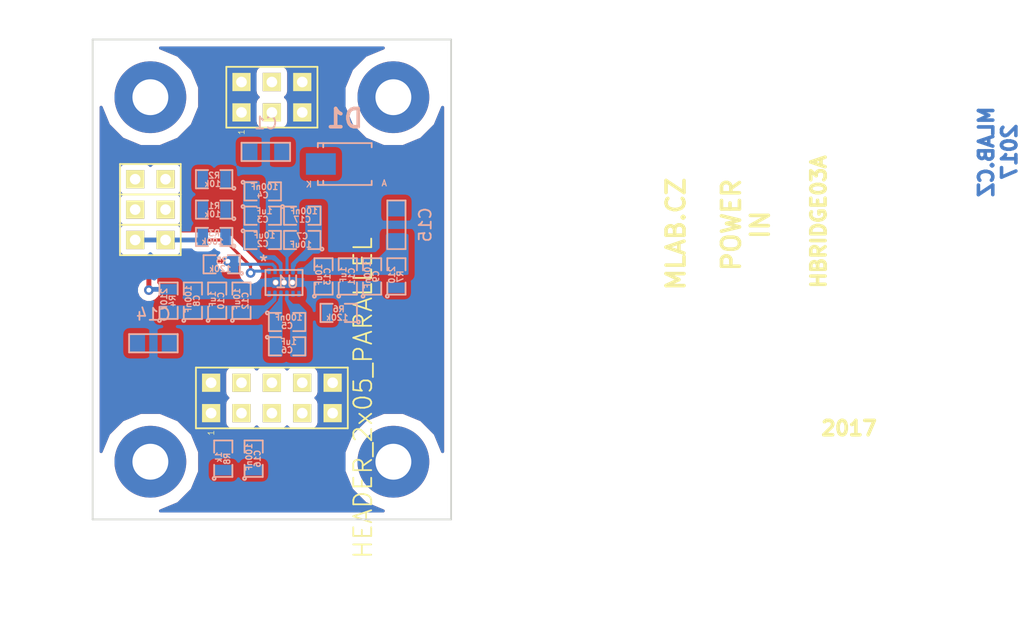
<source format=kicad_pcb>
(kicad_pcb (version 20170123) (host pcbnew "(2017-02-05 revision 431abcf)-makepkg")

  (general
    (links 85)
    (no_connects 35)
    (area 0.178999 -40.461001 30.301001 -0.178999)
    (thickness 1.6)
    (drawings 9)
    (tracks 30)
    (zones 0)
    (modules 36)
    (nets 17)
  )

  (page A4)
  (layers
    (0 F.Cu signal)
    (31 B.Cu signal)
    (32 B.Adhes user)
    (33 F.Adhes user)
    (34 B.Paste user)
    (35 F.Paste user)
    (36 B.SilkS user)
    (37 F.SilkS user)
    (38 B.Mask user)
    (39 F.Mask user)
    (40 Dwgs.User user)
    (41 Cmts.User user)
    (42 Eco1.User user)
    (43 Eco2.User user)
    (44 Edge.Cuts user)
    (45 Margin user)
    (46 B.CrtYd user)
    (47 F.CrtYd user)
    (48 B.Fab user)
    (49 F.Fab user)
  )

  (setup
    (last_trace_width 0.4)
    (user_trace_width 0.2)
    (user_trace_width 0.3)
    (user_trace_width 0.4)
    (user_trace_width 0.5)
    (user_trace_width 0.6)
    (user_trace_width 0.8)
    (user_trace_width 1)
    (trace_clearance 0.2)
    (zone_clearance 0.2)
    (zone_45_only yes)
    (trace_min 0.2)
    (segment_width 0.2)
    (edge_width 0.15)
    (via_size 0.8)
    (via_drill 0.4)
    (via_min_size 0.4)
    (via_min_drill 0.3)
    (uvia_size 0.3)
    (uvia_drill 0.1)
    (uvias_allowed no)
    (uvia_min_size 0.2)
    (uvia_min_drill 0.1)
    (pcb_text_width 0.3)
    (pcb_text_size 1.5 1.5)
    (mod_edge_width 0.15)
    (mod_text_size 1 1)
    (mod_text_width 0.15)
    (pad_size 1.524 1.524)
    (pad_drill 0.762)
    (pad_to_mask_clearance 0.2)
    (solder_mask_min_width 0.2)
    (aux_axis_origin 0 0)
    (visible_elements 7FFFFF7F)
    (pcbplotparams
      (layerselection 0x010e0_ffffffff)
      (usegerberextensions false)
      (excludeedgelayer true)
      (linewidth 1.300000)
      (plotframeref false)
      (viasonmask false)
      (mode 1)
      (useauxorigin false)
      (hpglpennumber 1)
      (hpglpenspeed 20)
      (hpglpendiameter 15)
      (psnegative false)
      (psa4output false)
      (plotreference true)
      (plotvalue true)
      (plotinvisibletext false)
      (padsonsilk false)
      (subtractmaskfromsilk false)
      (outputformat 1)
      (mirror false)
      (drillshape 0)
      (scaleselection 1)
      (outputdirectory ../CAM_PROFI/))
  )

  (net 0 "")
  (net 1 GND)
  (net 2 VCC)
  (net 3 "Net-(C1-Pad3)")
  (net 4 "Net-(C10-Pad1)")
  (net 5 "Net-(C11-Pad2)")
  (net 6 /Vout+)
  (net 7 /Vout-)
  (net 8 "Net-(C16-Pad1)")
  (net 9 /EN+)
  (net 10 /EN-)
  (net 11 /PGOOD)
  (net 12 /C1-)
  (net 13 /C1+)
  (net 14 /CP)
  (net 15 /FB+)
  (net 16 /FB-)

  (net_class Default "Toto je výchozí třída sítě."
    (clearance 0.2)
    (trace_width 0.25)
    (via_dia 0.8)
    (via_drill 0.4)
    (uvia_dia 0.3)
    (uvia_drill 0.1)
    (add_net /C1+)
    (add_net /C1-)
    (add_net /CP)
    (add_net /EN+)
    (add_net /EN-)
    (add_net /FB+)
    (add_net /FB-)
    (add_net /PGOOD)
    (add_net /Vout+)
    (add_net /Vout-)
    (add_net GND)
    (add_net "Net-(C1-Pad3)")
    (add_net "Net-(C10-Pad1)")
    (add_net "Net-(C11-Pad2)")
    (add_net "Net-(C16-Pad1)")
    (add_net VCC)
  )

  (module Mlab_R:SMD-0805 (layer B.Cu) (tedit 54799E0C) (tstamp 58AD41A8)
    (at 14.478 -23.622)
    (path /58AC6E0E)
    (attr smd)
    (fp_text reference C2 (at 0 0.3175) (layer B.SilkS)
      (effects (font (size 0.50038 0.50038) (thickness 0.10922)) (justify mirror))
    )
    (fp_text value 10uF (at 0.127 -0.381) (layer B.SilkS)
      (effects (font (size 0.50038 0.50038) (thickness 0.10922)) (justify mirror))
    )
    (fp_circle (center -1.651 -0.762) (end -1.651 -0.635) (layer B.SilkS) (width 0.15))
    (fp_line (start -0.508 -0.762) (end -1.524 -0.762) (layer B.SilkS) (width 0.15))
    (fp_line (start -1.524 -0.762) (end -1.524 0.762) (layer B.SilkS) (width 0.15))
    (fp_line (start -1.524 0.762) (end -0.508 0.762) (layer B.SilkS) (width 0.15))
    (fp_line (start 0.508 0.762) (end 1.524 0.762) (layer B.SilkS) (width 0.15))
    (fp_line (start 1.524 0.762) (end 1.524 -0.762) (layer B.SilkS) (width 0.15))
    (fp_line (start 1.524 -0.762) (end 0.508 -0.762) (layer B.SilkS) (width 0.15))
    (pad 1 smd rect (at -0.9525 0) (size 0.889 1.397) (layers B.Cu B.Paste B.Mask)
      (net 3 "Net-(C1-Pad3)"))
    (pad 2 smd rect (at 0.9525 0) (size 0.889 1.397) (layers B.Cu B.Paste B.Mask)
      (net 1 GND))
    (model MLAB_3D/Resistors/chip_cms.wrl
      (at (xyz 0 0 0))
      (scale (xyz 0.1 0.1 0.1))
      (rotate (xyz 0 0 0))
    )
  )

  (module Mlab_IO:WSON-12 (layer B.Cu) (tedit 58AE8669) (tstamp 58AD4276)
    (at 16.256 -20.066)
    (descr "WSON 12")
    (tags DRV8835)
    (path /58AAF79A)
    (fp_text reference U1 (at 0.254 -0.0508) (layer B.SilkS)
      (effects (font (size 1 1) (thickness 0.15)) (justify mirror))
    )
    (fp_text value LM27762 (at 0.1651 2.0574) (layer B.Fab) hide
      (effects (font (size 1 1) (thickness 0.15)) (justify mirror))
    )
    (fp_line (start -1.55 -1.05) (end -1.55 1.05) (layer B.SilkS) (width 0.15))
    (fp_line (start 1.55 -1.05) (end -1.55 -1.05) (layer B.SilkS) (width 0.15))
    (fp_line (start 1.55 1.05) (end 1.55 -1.05) (layer B.SilkS) (width 0.15))
    (fp_line (start -1.55 1.05) (end 1.55 1.05) (layer B.SilkS) (width 0.15))
    (fp_text user * (at -1.7145 -1.7272) (layer B.SilkS)
      (effects (font (size 1 1) (thickness 0.15)) (justify mirror))
    )
    (pad 13 thru_hole circle (at 0 0) (size 0.5 0.5) (drill 0.4) (layers *.Cu *.Mask B.SilkS)
      (net 1 GND))
    (pad 13 thru_hole circle (at -0.7 0) (size 0.5 0.5) (drill 0.4) (layers *.Cu *.Mask B.SilkS)
      (net 1 GND))
    (pad 13 thru_hole circle (at 0.7 0) (size 0.5 0.5) (drill 0.4) (layers *.Cu *.Mask B.SilkS)
      (net 1 GND))
    (pad 13 smd trapezoid (at -1.35 -0.25) (size 0.7 0.25) (layers B.Cu B.Paste B.Mask)
      (net 1 GND))
    (pad 13 smd trapezoid (at -1.35 0.25) (size 0.7 0.25) (layers B.Cu B.Paste B.Mask)
      (net 1 GND))
    (pad 13 smd trapezoid (at 1.35 0.25) (size 0.7 0.25) (layers B.Cu B.Paste B.Mask)
      (net 1 GND))
    (pad 13 smd trapezoid (at 1.35 -0.25) (size 0.7 0.25) (layers B.Cu B.Paste B.Mask)
      (net 1 GND))
    (pad 13 smd trapezoid (at 0 0) (size 2 0.9) (layers B.Cu B.Paste B.Mask)
      (net 1 GND))
    (pad 12 smd trapezoid (at -1.25 0.95) (size 0.28 0.5) (layers B.Cu B.Paste B.Mask)
      (net 9 /EN+))
    (pad 11 smd trapezoid (at -0.75 0.95) (size 0.28 0.5) (layers B.Cu B.Paste B.Mask)
      (net 4 "Net-(C10-Pad1)"))
    (pad 10 smd trapezoid (at -0.25 0.95) (size 0.28 0.5) (layers B.Cu B.Paste B.Mask)
      (net 13 /C1+))
    (pad 9 smd trapezoid (at 0.25 0.95) (size 0.28 0.5) (layers B.Cu B.Paste B.Mask)
      (net 12 /C1-))
    (pad 8 smd trapezoid (at 0.75 0.95) (size 0.28 0.5) (layers B.Cu B.Paste B.Mask)
      (net 10 /EN-))
    (pad 7 smd trapezoid (at 1.25 0.95) (size 0.28 0.5) (layers B.Cu B.Paste B.Mask)
      (net 16 /FB-))
    (pad 6 smd trapezoid (at 1.25 -0.95) (size 0.28 0.5) (layers B.Cu B.Paste B.Mask)
      (net 5 "Net-(C11-Pad2)"))
    (pad 5 smd trapezoid (at 0.75 -0.95) (size 0.28 0.5) (layers B.Cu B.Paste B.Mask)
      (net 14 /CP))
    (pad 4 smd trapezoid (at 0.25 -0.95) (size 0.28 0.5) (layers B.Cu B.Paste B.Mask)
      (net 1 GND))
    (pad 3 smd trapezoid (at -0.25 -0.95) (size 0.28 0.5) (layers B.Cu B.Paste B.Mask)
      (net 3 "Net-(C1-Pad3)"))
    (pad 2 smd trapezoid (at -0.75 -0.95) (size 0.28 0.5) (layers B.Cu B.Paste B.Mask)
      (net 15 /FB+))
    (pad 1 smd trapezoid (at -1.25 -0.95) (size 0.28 0.5) (layers B.Cu B.Paste B.Mask)
      (net 11 /PGOOD))
  )

  (module Mlab_Mechanical:MountingHole_3mm placed (layer F.Cu) (tedit 589027DC) (tstamp 58244A4B)
    (at 5.08 -5.08)
    (descr "Mounting hole, Befestigungsbohrung, 3mm, No Annular, Kein Restring,")
    (tags "Mounting hole, Befestigungsbohrung, 3mm, No Annular, Kein Restring,")
    (path /549D7549)
    (fp_text reference M1 (at 0 -4.191) (layer F.SilkS) hide
      (effects (font (thickness 0.3048)))
    )
    (fp_text value HOLE (at 0 4.191) (layer F.SilkS) hide
      (effects (font (thickness 0.3048)))
    )
    (fp_circle (center 0 0) (end 2.99974 0) (layer Cmts.User) (width 0.381))
    (pad 1 thru_hole circle (at 0 0) (size 6 6) (drill 3) (layers *.Cu *.Adhes *.Mask)
      (net 8 "Net-(C16-Pad1)") (clearance 1) (zone_connect 2))
  )

  (module Mlab_Mechanical:MountingHole_3mm placed (layer F.Cu) (tedit 589027DC) (tstamp 58244A51)
    (at 25.4 -5.08)
    (descr "Mounting hole, Befestigungsbohrung, 3mm, No Annular, Kein Restring,")
    (tags "Mounting hole, Befestigungsbohrung, 3mm, No Annular, Kein Restring,")
    (path /549D7628)
    (fp_text reference M2 (at 0 -4.191) (layer F.SilkS) hide
      (effects (font (thickness 0.3048)))
    )
    (fp_text value HOLE (at 0 4.191) (layer F.SilkS) hide
      (effects (font (thickness 0.3048)))
    )
    (fp_circle (center 0 0) (end 2.99974 0) (layer Cmts.User) (width 0.381))
    (pad 1 thru_hole circle (at 0 0) (size 6 6) (drill 3) (layers *.Cu *.Adhes *.Mask)
      (net 8 "Net-(C16-Pad1)") (clearance 1) (zone_connect 2))
  )

  (module Mlab_Mechanical:MountingHole_3mm placed (layer F.Cu) (tedit 589027DC) (tstamp 58244A57)
    (at 25.4 -35.56)
    (descr "Mounting hole, Befestigungsbohrung, 3mm, No Annular, Kein Restring,")
    (tags "Mounting hole, Befestigungsbohrung, 3mm, No Annular, Kein Restring,")
    (path /549D7646)
    (fp_text reference M3 (at 0 -4.191) (layer F.SilkS) hide
      (effects (font (thickness 0.3048)))
    )
    (fp_text value HOLE (at 0 4.191) (layer F.SilkS) hide
      (effects (font (thickness 0.3048)))
    )
    (fp_circle (center 0 0) (end 2.99974 0) (layer Cmts.User) (width 0.381))
    (pad 1 thru_hole circle (at 0 0) (size 6 6) (drill 3) (layers *.Cu *.Adhes *.Mask)
      (net 8 "Net-(C16-Pad1)") (clearance 1) (zone_connect 2))
  )

  (module Mlab_Mechanical:MountingHole_3mm placed (layer F.Cu) (tedit 589027DC) (tstamp 58244A5D)
    (at 5.08 -35.56)
    (descr "Mounting hole, Befestigungsbohrung, 3mm, No Annular, Kein Restring,")
    (tags "Mounting hole, Befestigungsbohrung, 3mm, No Annular, Kein Restring,")
    (path /549D7665)
    (fp_text reference M4 (at 0 -4.191) (layer F.SilkS) hide
      (effects (font (thickness 0.3048)))
    )
    (fp_text value HOLE (at 0 4.191) (layer F.SilkS) hide
      (effects (font (thickness 0.3048)))
    )
    (fp_circle (center 0 0) (end 2.99974 0) (layer Cmts.User) (width 0.381))
    (pad 1 thru_hole circle (at 0 0) (size 6 6) (drill 3) (layers *.Cu *.Adhes *.Mask)
      (net 8 "Net-(C16-Pad1)") (clearance 1) (zone_connect 2))
  )

  (module Mlab_L:FIR1 (layer B.Cu) (tedit 54BBE5C1) (tstamp 58AD41A2)
    (at 14.732 -30.988 180)
    (path /58AC46C8)
    (fp_text reference C1 (at 0 2.413 180) (layer B.SilkS)
      (effects (font (size 1 1) (thickness 0.15)) (justify mirror))
    )
    (fp_text value NFM21PC105 (at 2.794 -1.905 180) (layer B.SilkS) hide
      (effects (font (size 1 1) (thickness 0.15)) (justify mirror))
    )
    (fp_line (start -2.032 0.762) (end 2.032 0.762) (layer B.SilkS) (width 0.15))
    (fp_line (start 2.032 0.762) (end 2.032 -0.762) (layer B.SilkS) (width 0.15))
    (fp_line (start 2.032 -0.762) (end -2.032 -0.762) (layer B.SilkS) (width 0.15))
    (fp_line (start -2.032 -0.762) (end -2.032 0.762) (layer B.SilkS) (width 0.15))
    (fp_line (start -2.032 0.762) (end -2.032 0.635) (layer B.SilkS) (width 0.15))
    (pad 1 smd rect (at -1.35 0 180) (size 1.3 1.5) (layers B.Cu B.Paste B.Mask)
      (net 2 VCC))
    (pad 2 smd rect (at 0 0 180) (size 0.7 3) (layers B.Cu B.Paste B.Mask)
      (net 1 GND))
    (pad 3 smd rect (at 1.35 0 180) (size 1.3 1.5) (layers B.Cu B.Paste B.Mask)
      (net 3 "Net-(C1-Pad3)"))
    (model MLAB_3D/Resistors/chip_cms.wrl
      (at (xyz 0 0 0))
      (scale (xyz 0.13 0.13 0.13))
      (rotate (xyz 0 0 0))
    )
  )

  (module Mlab_R:SMD-0805 (layer B.Cu) (tedit 54799E0C) (tstamp 58AD41AE)
    (at 14.478 -25.654)
    (path /58AC6BEC)
    (attr smd)
    (fp_text reference C3 (at 0 0.3175) (layer B.SilkS)
      (effects (font (size 0.50038 0.50038) (thickness 0.10922)) (justify mirror))
    )
    (fp_text value 1uF (at 0.127 -0.381) (layer B.SilkS)
      (effects (font (size 0.50038 0.50038) (thickness 0.10922)) (justify mirror))
    )
    (fp_line (start 1.524 -0.762) (end 0.508 -0.762) (layer B.SilkS) (width 0.15))
    (fp_line (start 1.524 0.762) (end 1.524 -0.762) (layer B.SilkS) (width 0.15))
    (fp_line (start 0.508 0.762) (end 1.524 0.762) (layer B.SilkS) (width 0.15))
    (fp_line (start -1.524 0.762) (end -0.508 0.762) (layer B.SilkS) (width 0.15))
    (fp_line (start -1.524 -0.762) (end -1.524 0.762) (layer B.SilkS) (width 0.15))
    (fp_line (start -0.508 -0.762) (end -1.524 -0.762) (layer B.SilkS) (width 0.15))
    (fp_circle (center -1.651 -0.762) (end -1.651 -0.635) (layer B.SilkS) (width 0.15))
    (pad 2 smd rect (at 0.9525 0) (size 0.889 1.397) (layers B.Cu B.Paste B.Mask)
      (net 1 GND))
    (pad 1 smd rect (at -0.9525 0) (size 0.889 1.397) (layers B.Cu B.Paste B.Mask)
      (net 3 "Net-(C1-Pad3)"))
    (model MLAB_3D/Resistors/chip_cms.wrl
      (at (xyz 0 0 0))
      (scale (xyz 0.1 0.1 0.1))
      (rotate (xyz 0 0 0))
    )
  )

  (module Mlab_R:SMD-0805 (layer B.Cu) (tedit 54799E0C) (tstamp 58AD41B4)
    (at 14.478 -27.686)
    (path /58AB595A)
    (attr smd)
    (fp_text reference C4 (at 0 0.3175) (layer B.SilkS)
      (effects (font (size 0.50038 0.50038) (thickness 0.10922)) (justify mirror))
    )
    (fp_text value 100nF (at 0.127 -0.381) (layer B.SilkS)
      (effects (font (size 0.50038 0.50038) (thickness 0.10922)) (justify mirror))
    )
    (fp_circle (center -1.651 -0.762) (end -1.651 -0.635) (layer B.SilkS) (width 0.15))
    (fp_line (start -0.508 -0.762) (end -1.524 -0.762) (layer B.SilkS) (width 0.15))
    (fp_line (start -1.524 -0.762) (end -1.524 0.762) (layer B.SilkS) (width 0.15))
    (fp_line (start -1.524 0.762) (end -0.508 0.762) (layer B.SilkS) (width 0.15))
    (fp_line (start 0.508 0.762) (end 1.524 0.762) (layer B.SilkS) (width 0.15))
    (fp_line (start 1.524 0.762) (end 1.524 -0.762) (layer B.SilkS) (width 0.15))
    (fp_line (start 1.524 -0.762) (end 0.508 -0.762) (layer B.SilkS) (width 0.15))
    (pad 1 smd rect (at -0.9525 0) (size 0.889 1.397) (layers B.Cu B.Paste B.Mask)
      (net 3 "Net-(C1-Pad3)"))
    (pad 2 smd rect (at 0.9525 0) (size 0.889 1.397) (layers B.Cu B.Paste B.Mask)
      (net 1 GND))
    (model MLAB_3D/Resistors/chip_cms.wrl
      (at (xyz 0 0 0))
      (scale (xyz 0.1 0.1 0.1))
      (rotate (xyz 0 0 0))
    )
  )

  (module Mlab_R:SMD-0805 (layer B.Cu) (tedit 54799E0C) (tstamp 58AD41BA)
    (at 16.51 -16.764)
    (path /58AC7744)
    (attr smd)
    (fp_text reference C5 (at 0 0.3175) (layer B.SilkS)
      (effects (font (size 0.50038 0.50038) (thickness 0.10922)) (justify mirror))
    )
    (fp_text value 100nF (at 0.127 -0.381) (layer B.SilkS)
      (effects (font (size 0.50038 0.50038) (thickness 0.10922)) (justify mirror))
    )
    (fp_line (start 1.524 -0.762) (end 0.508 -0.762) (layer B.SilkS) (width 0.15))
    (fp_line (start 1.524 0.762) (end 1.524 -0.762) (layer B.SilkS) (width 0.15))
    (fp_line (start 0.508 0.762) (end 1.524 0.762) (layer B.SilkS) (width 0.15))
    (fp_line (start -1.524 0.762) (end -0.508 0.762) (layer B.SilkS) (width 0.15))
    (fp_line (start -1.524 -0.762) (end -1.524 0.762) (layer B.SilkS) (width 0.15))
    (fp_line (start -0.508 -0.762) (end -1.524 -0.762) (layer B.SilkS) (width 0.15))
    (fp_circle (center -1.651 -0.762) (end -1.651 -0.635) (layer B.SilkS) (width 0.15))
    (pad 2 smd rect (at 0.9525 0) (size 0.889 1.397) (layers B.Cu B.Paste B.Mask)
      (net 12 /C1-))
    (pad 1 smd rect (at -0.9525 0) (size 0.889 1.397) (layers B.Cu B.Paste B.Mask)
      (net 13 /C1+))
    (model MLAB_3D/Resistors/chip_cms.wrl
      (at (xyz 0 0 0))
      (scale (xyz 0.1 0.1 0.1))
      (rotate (xyz 0 0 0))
    )
  )

  (module Mlab_R:SMD-0805 (layer B.Cu) (tedit 54799E0C) (tstamp 58AD41C0)
    (at 16.51 -14.732)
    (path /58AB4D2E)
    (attr smd)
    (fp_text reference C6 (at 0 0.3175) (layer B.SilkS)
      (effects (font (size 0.50038 0.50038) (thickness 0.10922)) (justify mirror))
    )
    (fp_text value 1uF (at 0.127 -0.381) (layer B.SilkS)
      (effects (font (size 0.50038 0.50038) (thickness 0.10922)) (justify mirror))
    )
    (fp_circle (center -1.651 -0.762) (end -1.651 -0.635) (layer B.SilkS) (width 0.15))
    (fp_line (start -0.508 -0.762) (end -1.524 -0.762) (layer B.SilkS) (width 0.15))
    (fp_line (start -1.524 -0.762) (end -1.524 0.762) (layer B.SilkS) (width 0.15))
    (fp_line (start -1.524 0.762) (end -0.508 0.762) (layer B.SilkS) (width 0.15))
    (fp_line (start 0.508 0.762) (end 1.524 0.762) (layer B.SilkS) (width 0.15))
    (fp_line (start 1.524 0.762) (end 1.524 -0.762) (layer B.SilkS) (width 0.15))
    (fp_line (start 1.524 -0.762) (end 0.508 -0.762) (layer B.SilkS) (width 0.15))
    (pad 1 smd rect (at -0.9525 0) (size 0.889 1.397) (layers B.Cu B.Paste B.Mask)
      (net 13 /C1+))
    (pad 2 smd rect (at 0.9525 0) (size 0.889 1.397) (layers B.Cu B.Paste B.Mask)
      (net 12 /C1-))
    (model MLAB_3D/Resistors/chip_cms.wrl
      (at (xyz 0 0 0))
      (scale (xyz 0.1 0.1 0.1))
      (rotate (xyz 0 0 0))
    )
  )

  (module Mlab_R:SMD-0805 (layer B.Cu) (tedit 54799E0C) (tstamp 58AD41C6)
    (at 17.78 -23.622 180)
    (path /58ACF53C)
    (attr smd)
    (fp_text reference C7 (at 0 0.3175 180) (layer B.SilkS)
      (effects (font (size 0.50038 0.50038) (thickness 0.10922)) (justify mirror))
    )
    (fp_text value 10uF (at 0.127 -0.381 180) (layer B.SilkS)
      (effects (font (size 0.50038 0.50038) (thickness 0.10922)) (justify mirror))
    )
    (fp_line (start 1.524 -0.762) (end 0.508 -0.762) (layer B.SilkS) (width 0.15))
    (fp_line (start 1.524 0.762) (end 1.524 -0.762) (layer B.SilkS) (width 0.15))
    (fp_line (start 0.508 0.762) (end 1.524 0.762) (layer B.SilkS) (width 0.15))
    (fp_line (start -1.524 0.762) (end -0.508 0.762) (layer B.SilkS) (width 0.15))
    (fp_line (start -1.524 -0.762) (end -1.524 0.762) (layer B.SilkS) (width 0.15))
    (fp_line (start -0.508 -0.762) (end -1.524 -0.762) (layer B.SilkS) (width 0.15))
    (fp_circle (center -1.651 -0.762) (end -1.651 -0.635) (layer B.SilkS) (width 0.15))
    (pad 2 smd rect (at 0.9525 0 180) (size 0.889 1.397) (layers B.Cu B.Paste B.Mask)
      (net 1 GND))
    (pad 1 smd rect (at -0.9525 0 180) (size 0.889 1.397) (layers B.Cu B.Paste B.Mask)
      (net 14 /CP))
    (model MLAB_3D/Resistors/chip_cms.wrl
      (at (xyz 0 0 0))
      (scale (xyz 0.1 0.1 0.1))
      (rotate (xyz 0 0 0))
    )
  )

  (module Mlab_R:SMD-0805 (layer B.Cu) (tedit 54799E0C) (tstamp 58AD41CC)
    (at 8.636 -18.542 90)
    (path /58ACE8C7)
    (attr smd)
    (fp_text reference C8 (at 0 0.3175 90) (layer B.SilkS)
      (effects (font (size 0.50038 0.50038) (thickness 0.10922)) (justify mirror))
    )
    (fp_text value 100nF (at 0.127 -0.381 90) (layer B.SilkS)
      (effects (font (size 0.50038 0.50038) (thickness 0.10922)) (justify mirror))
    )
    (fp_line (start 1.524 -0.762) (end 0.508 -0.762) (layer B.SilkS) (width 0.15))
    (fp_line (start 1.524 0.762) (end 1.524 -0.762) (layer B.SilkS) (width 0.15))
    (fp_line (start 0.508 0.762) (end 1.524 0.762) (layer B.SilkS) (width 0.15))
    (fp_line (start -1.524 0.762) (end -0.508 0.762) (layer B.SilkS) (width 0.15))
    (fp_line (start -1.524 -0.762) (end -1.524 0.762) (layer B.SilkS) (width 0.15))
    (fp_line (start -0.508 -0.762) (end -1.524 -0.762) (layer B.SilkS) (width 0.15))
    (fp_circle (center -1.651 -0.762) (end -1.651 -0.635) (layer B.SilkS) (width 0.15))
    (pad 2 smd rect (at 0.9525 0 90) (size 0.889 1.397) (layers B.Cu B.Paste B.Mask)
      (net 1 GND))
    (pad 1 smd rect (at -0.9525 0 90) (size 0.889 1.397) (layers B.Cu B.Paste B.Mask)
      (net 4 "Net-(C10-Pad1)"))
    (model MLAB_3D/Resistors/chip_cms.wrl
      (at (xyz 0 0 0))
      (scale (xyz 0.1 0.1 0.1))
      (rotate (xyz 0 0 0))
    )
  )

  (module Mlab_R:SMD-0805 (layer B.Cu) (tedit 54799E0C) (tstamp 58AD41D2)
    (at 23.622 -20.574 90)
    (path /58ACEBE3)
    (attr smd)
    (fp_text reference C9 (at 0 0.3175 90) (layer B.SilkS)
      (effects (font (size 0.50038 0.50038) (thickness 0.10922)) (justify mirror))
    )
    (fp_text value 100nF (at 0.127 -0.381 90) (layer B.SilkS)
      (effects (font (size 0.50038 0.50038) (thickness 0.10922)) (justify mirror))
    )
    (fp_line (start 1.524 -0.762) (end 0.508 -0.762) (layer B.SilkS) (width 0.15))
    (fp_line (start 1.524 0.762) (end 1.524 -0.762) (layer B.SilkS) (width 0.15))
    (fp_line (start 0.508 0.762) (end 1.524 0.762) (layer B.SilkS) (width 0.15))
    (fp_line (start -1.524 0.762) (end -0.508 0.762) (layer B.SilkS) (width 0.15))
    (fp_line (start -1.524 -0.762) (end -1.524 0.762) (layer B.SilkS) (width 0.15))
    (fp_line (start -0.508 -0.762) (end -1.524 -0.762) (layer B.SilkS) (width 0.15))
    (fp_circle (center -1.651 -0.762) (end -1.651 -0.635) (layer B.SilkS) (width 0.15))
    (pad 2 smd rect (at 0.9525 0 90) (size 0.889 1.397) (layers B.Cu B.Paste B.Mask)
      (net 5 "Net-(C11-Pad2)"))
    (pad 1 smd rect (at -0.9525 0 90) (size 0.889 1.397) (layers B.Cu B.Paste B.Mask)
      (net 1 GND))
    (model MLAB_3D/Resistors/chip_cms.wrl
      (at (xyz 0 0 0))
      (scale (xyz 0.1 0.1 0.1))
      (rotate (xyz 0 0 0))
    )
  )

  (module Mlab_R:SMD-0805 (layer B.Cu) (tedit 54799E0C) (tstamp 58AD41D8)
    (at 10.668 -18.542 90)
    (path /58ACE482)
    (attr smd)
    (fp_text reference C10 (at 0 0.3175 90) (layer B.SilkS)
      (effects (font (size 0.50038 0.50038) (thickness 0.10922)) (justify mirror))
    )
    (fp_text value 1uF (at 0.127 -0.381 90) (layer B.SilkS)
      (effects (font (size 0.50038 0.50038) (thickness 0.10922)) (justify mirror))
    )
    (fp_circle (center -1.651 -0.762) (end -1.651 -0.635) (layer B.SilkS) (width 0.15))
    (fp_line (start -0.508 -0.762) (end -1.524 -0.762) (layer B.SilkS) (width 0.15))
    (fp_line (start -1.524 -0.762) (end -1.524 0.762) (layer B.SilkS) (width 0.15))
    (fp_line (start -1.524 0.762) (end -0.508 0.762) (layer B.SilkS) (width 0.15))
    (fp_line (start 0.508 0.762) (end 1.524 0.762) (layer B.SilkS) (width 0.15))
    (fp_line (start 1.524 0.762) (end 1.524 -0.762) (layer B.SilkS) (width 0.15))
    (fp_line (start 1.524 -0.762) (end 0.508 -0.762) (layer B.SilkS) (width 0.15))
    (pad 1 smd rect (at -0.9525 0 90) (size 0.889 1.397) (layers B.Cu B.Paste B.Mask)
      (net 4 "Net-(C10-Pad1)"))
    (pad 2 smd rect (at 0.9525 0 90) (size 0.889 1.397) (layers B.Cu B.Paste B.Mask)
      (net 1 GND))
    (model MLAB_3D/Resistors/chip_cms.wrl
      (at (xyz 0 0 0))
      (scale (xyz 0.1 0.1 0.1))
      (rotate (xyz 0 0 0))
    )
  )

  (module Mlab_R:SMD-0805 (layer B.Cu) (tedit 54799E0C) (tstamp 58AD41DE)
    (at 21.59 -20.574 90)
    (path /58ACEC58)
    (attr smd)
    (fp_text reference C11 (at 0 0.3175 90) (layer B.SilkS)
      (effects (font (size 0.50038 0.50038) (thickness 0.10922)) (justify mirror))
    )
    (fp_text value 1uF (at 0.127 -0.381 90) (layer B.SilkS)
      (effects (font (size 0.50038 0.50038) (thickness 0.10922)) (justify mirror))
    )
    (fp_circle (center -1.651 -0.762) (end -1.651 -0.635) (layer B.SilkS) (width 0.15))
    (fp_line (start -0.508 -0.762) (end -1.524 -0.762) (layer B.SilkS) (width 0.15))
    (fp_line (start -1.524 -0.762) (end -1.524 0.762) (layer B.SilkS) (width 0.15))
    (fp_line (start -1.524 0.762) (end -0.508 0.762) (layer B.SilkS) (width 0.15))
    (fp_line (start 0.508 0.762) (end 1.524 0.762) (layer B.SilkS) (width 0.15))
    (fp_line (start 1.524 0.762) (end 1.524 -0.762) (layer B.SilkS) (width 0.15))
    (fp_line (start 1.524 -0.762) (end 0.508 -0.762) (layer B.SilkS) (width 0.15))
    (pad 1 smd rect (at -0.9525 0 90) (size 0.889 1.397) (layers B.Cu B.Paste B.Mask)
      (net 1 GND))
    (pad 2 smd rect (at 0.9525 0 90) (size 0.889 1.397) (layers B.Cu B.Paste B.Mask)
      (net 5 "Net-(C11-Pad2)"))
    (model MLAB_3D/Resistors/chip_cms.wrl
      (at (xyz 0 0 0))
      (scale (xyz 0.1 0.1 0.1))
      (rotate (xyz 0 0 0))
    )
  )

  (module Mlab_R:SMD-0805 (layer B.Cu) (tedit 54799E0C) (tstamp 58AD41E4)
    (at 12.7 -18.542 90)
    (path /58AB43F7)
    (attr smd)
    (fp_text reference C12 (at 0 0.3175 90) (layer B.SilkS)
      (effects (font (size 0.50038 0.50038) (thickness 0.10922)) (justify mirror))
    )
    (fp_text value 10uF (at 0.127 -0.381 90) (layer B.SilkS)
      (effects (font (size 0.50038 0.50038) (thickness 0.10922)) (justify mirror))
    )
    (fp_line (start 1.524 -0.762) (end 0.508 -0.762) (layer B.SilkS) (width 0.15))
    (fp_line (start 1.524 0.762) (end 1.524 -0.762) (layer B.SilkS) (width 0.15))
    (fp_line (start 0.508 0.762) (end 1.524 0.762) (layer B.SilkS) (width 0.15))
    (fp_line (start -1.524 0.762) (end -0.508 0.762) (layer B.SilkS) (width 0.15))
    (fp_line (start -1.524 -0.762) (end -1.524 0.762) (layer B.SilkS) (width 0.15))
    (fp_line (start -0.508 -0.762) (end -1.524 -0.762) (layer B.SilkS) (width 0.15))
    (fp_circle (center -1.651 -0.762) (end -1.651 -0.635) (layer B.SilkS) (width 0.15))
    (pad 2 smd rect (at 0.9525 0 90) (size 0.889 1.397) (layers B.Cu B.Paste B.Mask)
      (net 1 GND))
    (pad 1 smd rect (at -0.9525 0 90) (size 0.889 1.397) (layers B.Cu B.Paste B.Mask)
      (net 4 "Net-(C10-Pad1)"))
    (model MLAB_3D/Resistors/chip_cms.wrl
      (at (xyz 0 0 0))
      (scale (xyz 0.1 0.1 0.1))
      (rotate (xyz 0 0 0))
    )
  )

  (module Mlab_L:FIR1 (layer B.Cu) (tedit 54BBE5C1) (tstamp 58AD41F1)
    (at 5.334 -14.986 180)
    (path /58AD3FCC)
    (fp_text reference C14 (at 0 2.413 180) (layer B.SilkS)
      (effects (font (size 1 1) (thickness 0.15)) (justify mirror))
    )
    (fp_text value NFM21PC105 (at 2.794 -1.905 180) (layer B.SilkS) hide
      (effects (font (size 1 1) (thickness 0.15)) (justify mirror))
    )
    (fp_line (start -2.032 0.762) (end -2.032 0.635) (layer B.SilkS) (width 0.15))
    (fp_line (start -2.032 -0.762) (end -2.032 0.762) (layer B.SilkS) (width 0.15))
    (fp_line (start 2.032 -0.762) (end -2.032 -0.762) (layer B.SilkS) (width 0.15))
    (fp_line (start 2.032 0.762) (end 2.032 -0.762) (layer B.SilkS) (width 0.15))
    (fp_line (start -2.032 0.762) (end 2.032 0.762) (layer B.SilkS) (width 0.15))
    (pad 3 smd rect (at 1.35 0 180) (size 1.3 1.5) (layers B.Cu B.Paste B.Mask)
      (net 6 /Vout+))
    (pad 2 smd rect (at 0 0 180) (size 0.7 3) (layers B.Cu B.Paste B.Mask)
      (net 1 GND))
    (pad 1 smd rect (at -1.35 0 180) (size 1.3 1.5) (layers B.Cu B.Paste B.Mask)
      (net 4 "Net-(C10-Pad1)"))
    (model MLAB_3D/Resistors/chip_cms.wrl
      (at (xyz 0 0 0))
      (scale (xyz 0.13 0.13 0.13))
      (rotate (xyz 0 0 0))
    )
  )

  (module Mlab_L:FIR1 (layer B.Cu) (tedit 54BBE5C1) (tstamp 58AD41F8)
    (at 25.654 -24.892 90)
    (path /58AD3911)
    (fp_text reference C15 (at 0 2.413 90) (layer B.SilkS)
      (effects (font (size 1 1) (thickness 0.15)) (justify mirror))
    )
    (fp_text value NFM21PC105 (at 2.794 -1.905 90) (layer B.SilkS) hide
      (effects (font (size 1 1) (thickness 0.15)) (justify mirror))
    )
    (fp_line (start -2.032 0.762) (end 2.032 0.762) (layer B.SilkS) (width 0.15))
    (fp_line (start 2.032 0.762) (end 2.032 -0.762) (layer B.SilkS) (width 0.15))
    (fp_line (start 2.032 -0.762) (end -2.032 -0.762) (layer B.SilkS) (width 0.15))
    (fp_line (start -2.032 -0.762) (end -2.032 0.762) (layer B.SilkS) (width 0.15))
    (fp_line (start -2.032 0.762) (end -2.032 0.635) (layer B.SilkS) (width 0.15))
    (pad 1 smd rect (at -1.35 0 90) (size 1.3 1.5) (layers B.Cu B.Paste B.Mask)
      (net 5 "Net-(C11-Pad2)"))
    (pad 2 smd rect (at 0 0 90) (size 0.7 3) (layers B.Cu B.Paste B.Mask)
      (net 1 GND))
    (pad 3 smd rect (at 1.35 0 90) (size 1.3 1.5) (layers B.Cu B.Paste B.Mask)
      (net 7 /Vout-))
    (model MLAB_3D/Resistors/chip_cms.wrl
      (at (xyz 0 0 0))
      (scale (xyz 0.13 0.13 0.13))
      (rotate (xyz 0 0 0))
    )
  )

  (module Mlab_R:SMD-0805 (layer B.Cu) (tedit 54799E0C) (tstamp 58AD41FE)
    (at 13.716 -5.334 90)
    (path /58ADAA58)
    (attr smd)
    (fp_text reference C16 (at 0 0.3175 90) (layer B.SilkS)
      (effects (font (size 0.50038 0.50038) (thickness 0.10922)) (justify mirror))
    )
    (fp_text value 100nF (at 0.127 -0.381 90) (layer B.SilkS)
      (effects (font (size 0.50038 0.50038) (thickness 0.10922)) (justify mirror))
    )
    (fp_circle (center -1.651 -0.762) (end -1.651 -0.635) (layer B.SilkS) (width 0.15))
    (fp_line (start -0.508 -0.762) (end -1.524 -0.762) (layer B.SilkS) (width 0.15))
    (fp_line (start -1.524 -0.762) (end -1.524 0.762) (layer B.SilkS) (width 0.15))
    (fp_line (start -1.524 0.762) (end -0.508 0.762) (layer B.SilkS) (width 0.15))
    (fp_line (start 0.508 0.762) (end 1.524 0.762) (layer B.SilkS) (width 0.15))
    (fp_line (start 1.524 0.762) (end 1.524 -0.762) (layer B.SilkS) (width 0.15))
    (fp_line (start 1.524 -0.762) (end 0.508 -0.762) (layer B.SilkS) (width 0.15))
    (pad 1 smd rect (at -0.9525 0 90) (size 0.889 1.397) (layers B.Cu B.Paste B.Mask)
      (net 8 "Net-(C16-Pad1)"))
    (pad 2 smd rect (at 0.9525 0 90) (size 0.889 1.397) (layers B.Cu B.Paste B.Mask)
      (net 1 GND))
    (model MLAB_3D/Resistors/chip_cms.wrl
      (at (xyz 0 0 0))
      (scale (xyz 0.1 0.1 0.1))
      (rotate (xyz 0 0 0))
    )
  )

  (module Mlab_D:SMA_Standard (layer B.Cu) (tedit 57E4C381) (tstamp 58AD4204)
    (at 21.336 -29.972 180)
    (descr "Diode SMA")
    (tags "Diode SMA")
    (path /58ADE973)
    (attr smd)
    (fp_text reference D1 (at 0 3.81 180) (layer B.SilkS)
      (effects (font (thickness 0.3048)) (justify mirror))
    )
    (fp_text value M4 (at 0 -3.81 180) (layer B.SilkS) hide
      (effects (font (thickness 0.3048)) (justify mirror))
    )
    (fp_text user A (at -3.29946 -1.6002 180) (layer B.SilkS)
      (effects (font (size 0.50038 0.50038) (thickness 0.09906)) (justify mirror))
    )
    (fp_text user K (at 2.99974 -1.69926 180) (layer B.SilkS)
      (effects (font (size 0.50038 0.50038) (thickness 0.09906)) (justify mirror))
    )
    (fp_circle (center 0 0) (end 0.20066 0.0508) (layer B.Adhes) (width 0.381))
    (fp_line (start 1.80086 -1.75006) (end 1.80086 -1.39954) (layer B.SilkS) (width 0.15))
    (fp_line (start 1.80086 1.75006) (end 1.80086 1.39954) (layer B.SilkS) (width 0.15))
    (fp_line (start 2.25044 -1.75006) (end 2.25044 -1.39954) (layer B.SilkS) (width 0.15))
    (fp_line (start -2.25044 -1.75006) (end -2.25044 -1.39954) (layer B.SilkS) (width 0.15))
    (fp_line (start -2.25044 1.75006) (end -2.25044 1.39954) (layer B.SilkS) (width 0.15))
    (fp_line (start 2.25044 1.75006) (end 2.25044 1.39954) (layer B.SilkS) (width 0.15))
    (fp_line (start -2.25044 -1.75006) (end 2.25044 -1.75006) (layer B.SilkS) (width 0.15))
    (fp_line (start -2.25044 1.75006) (end 2.25044 1.75006) (layer B.SilkS) (width 0.15))
    (pad 1 smd rect (at 1.99898 0 180) (size 2.49936 1.80086) (layers B.Cu B.Paste B.Mask)
      (net 2 VCC))
    (pad 2 smd rect (at -1.99898 0 180) (size 2.49936 1.80086) (layers B.Cu B.Paste B.Mask)
      (net 1 GND))
    (model MLAB_3D/Diodes/SMA.wrl
      (at (xyz 0 0 0))
      (scale (xyz 0.3937 0.3937 0.3937))
      (rotate (xyz 0 0 0))
    )
  )

  (module Mlab_Pin_Headers:Straight_2x03 (layer F.Cu) (tedit 55DC1460) (tstamp 58AD420E)
    (at 15.24 -35.56 90)
    (descr "pin header straight 2x03")
    (tags "pin header straight 2x03")
    (path /58ADD035)
    (fp_text reference J1 (at 0 -5.08 90) (layer F.SilkS) hide
      (effects (font (size 1.5 1.5) (thickness 0.15)))
    )
    (fp_text value HEADER_2x03_PARALLEL (at 0 5.08 90) (layer F.SilkS) hide
      (effects (font (size 1.5 1.5) (thickness 0.15)))
    )
    (fp_text user 1 (at -2.921 -2.54 90) (layer F.SilkS)
      (effects (font (size 0.5 0.5) (thickness 0.05)))
    )
    (fp_line (start -2.54 -3.81) (end 2.54 -3.81) (layer F.SilkS) (width 0.15))
    (fp_line (start 2.54 -3.81) (end 2.54 3.81) (layer F.SilkS) (width 0.15))
    (fp_line (start 2.54 3.81) (end -2.54 3.81) (layer F.SilkS) (width 0.15))
    (fp_line (start -2.54 3.81) (end -2.54 -3.81) (layer F.SilkS) (width 0.15))
    (pad 1 thru_hole rect (at -1.27 -2.54 90) (size 1.524 1.524) (drill 0.889) (layers *.Cu *.Mask F.SilkS)
      (net 1 GND))
    (pad 2 thru_hole rect (at 1.27 -2.54 90) (size 1.524 1.524) (drill 0.889) (layers *.Cu *.Mask F.SilkS)
      (net 1 GND))
    (pad 3 thru_hole rect (at -1.27 0 90) (size 1.524 1.524) (drill 0.889) (layers *.Cu *.Mask F.SilkS)
      (net 2 VCC))
    (pad 4 thru_hole rect (at 1.27 0 90) (size 1.524 1.524) (drill 0.889) (layers *.Cu *.Mask F.SilkS)
      (net 2 VCC))
    (pad 5 thru_hole rect (at -1.27 2.54 90) (size 1.524 1.524) (drill 0.889) (layers *.Cu *.Mask F.SilkS)
      (net 1 GND))
    (pad 6 thru_hole rect (at 1.27 2.54 90) (size 1.524 1.524) (drill 0.889) (layers *.Cu *.Mask F.SilkS)
      (net 1 GND))
    (model Pin_Headers/Pin_Header_Straight_2x03.wrl
      (at (xyz 0 0 0))
      (scale (xyz 1 1 1))
      (rotate (xyz 0 0 90))
    )
  )

  (module Mlab_Pin_Headers:Straight_2x01 (layer F.Cu) (tedit 5545E8D2) (tstamp 58AD4214)
    (at 5.08 -26.162)
    (descr "pin header straight 2x01")
    (tags "pin header straight 2x01")
    (path /58ACC53F)
    (fp_text reference J2 (at 0 -2.54) (layer F.SilkS) hide
      (effects (font (size 1.5 1.5) (thickness 0.15)))
    )
    (fp_text value HEADER_2x01_PARALLEL (at 0 2.54) (layer F.SilkS) hide
      (effects (font (size 1.5 1.5) (thickness 0.15)))
    )
    (fp_line (start -2.54 -1.27) (end 2.54 -1.27) (layer F.SilkS) (width 0.15))
    (fp_line (start 2.54 -1.27) (end 2.54 1.27) (layer F.SilkS) (width 0.15))
    (fp_line (start 2.54 1.27) (end -2.54 1.27) (layer F.SilkS) (width 0.15))
    (fp_line (start -2.54 1.27) (end -2.54 -1.27) (layer F.SilkS) (width 0.15))
    (pad 1 thru_hole rect (at -1.27 0) (size 1.524 1.524) (drill 0.889) (layers *.Cu *.Mask F.SilkS)
      (net 9 /EN+))
    (pad 2 thru_hole rect (at 1.27 0) (size 1.524 1.524) (drill 0.889) (layers *.Cu *.Mask F.SilkS)
      (net 9 /EN+))
    (model Pin_Headers/Pin_Header_Straight_2x01.wrl
      (at (xyz 0 0 0))
      (scale (xyz 1 1 1))
      (rotate (xyz 0 0 90))
    )
  )

  (module Mlab_Pin_Headers:Straight_2x01 (layer F.Cu) (tedit 5545E8D2) (tstamp 58AD421A)
    (at 5.08 -28.702)
    (descr "pin header straight 2x01")
    (tags "pin header straight 2x01")
    (path /58ACC5F6)
    (fp_text reference J3 (at 0 -2.54) (layer F.SilkS) hide
      (effects (font (size 1.5 1.5) (thickness 0.15)))
    )
    (fp_text value HEADER_2x01_PARALLEL (at 0 2.54) (layer F.SilkS) hide
      (effects (font (size 1.5 1.5) (thickness 0.15)))
    )
    (fp_line (start -2.54 1.27) (end -2.54 -1.27) (layer F.SilkS) (width 0.15))
    (fp_line (start 2.54 1.27) (end -2.54 1.27) (layer F.SilkS) (width 0.15))
    (fp_line (start 2.54 -1.27) (end 2.54 1.27) (layer F.SilkS) (width 0.15))
    (fp_line (start -2.54 -1.27) (end 2.54 -1.27) (layer F.SilkS) (width 0.15))
    (pad 2 thru_hole rect (at 1.27 0) (size 1.524 1.524) (drill 0.889) (layers *.Cu *.Mask F.SilkS)
      (net 10 /EN-))
    (pad 1 thru_hole rect (at -1.27 0) (size 1.524 1.524) (drill 0.889) (layers *.Cu *.Mask F.SilkS)
      (net 10 /EN-))
    (model Pin_Headers/Pin_Header_Straight_2x01.wrl
      (at (xyz 0 0 0))
      (scale (xyz 1 1 1))
      (rotate (xyz 0 0 90))
    )
  )

  (module Mlab_Pin_Headers:Straight_2x01 (layer F.Cu) (tedit 5545E8D2) (tstamp 58AD4220)
    (at 5.08 -23.622)
    (descr "pin header straight 2x01")
    (tags "pin header straight 2x01")
    (path /58AC8B36)
    (fp_text reference J4 (at 0 -2.54) (layer F.SilkS) hide
      (effects (font (size 1.5 1.5) (thickness 0.15)))
    )
    (fp_text value HEADER_2x01_PARALLEL (at 0 2.54) (layer F.SilkS) hide
      (effects (font (size 1.5 1.5) (thickness 0.15)))
    )
    (fp_line (start -2.54 -1.27) (end 2.54 -1.27) (layer F.SilkS) (width 0.15))
    (fp_line (start 2.54 -1.27) (end 2.54 1.27) (layer F.SilkS) (width 0.15))
    (fp_line (start 2.54 1.27) (end -2.54 1.27) (layer F.SilkS) (width 0.15))
    (fp_line (start -2.54 1.27) (end -2.54 -1.27) (layer F.SilkS) (width 0.15))
    (pad 1 thru_hole rect (at -1.27 0) (size 1.524 1.524) (drill 0.889) (layers *.Cu *.Mask F.SilkS)
      (net 11 /PGOOD))
    (pad 2 thru_hole rect (at 1.27 0) (size 1.524 1.524) (drill 0.889) (layers *.Cu *.Mask F.SilkS)
      (net 11 /PGOOD))
    (model Pin_Headers/Pin_Header_Straight_2x01.wrl
      (at (xyz 0 0 0))
      (scale (xyz 1 1 1))
      (rotate (xyz 0 0 90))
    )
  )

  (module Mlab_Pin_Headers:Straight_2x05 (layer F.Cu) (tedit 5454C210) (tstamp 58AD422E)
    (at 15.24 -10.414 90)
    (descr "pin header straight 2x05")
    (tags "pin header straight 2x05")
    (path /58AE1304)
    (fp_text reference J5 (at 0 -7.62 90) (layer F.SilkS) hide
      (effects (font (size 1.5 1.5) (thickness 0.15)))
    )
    (fp_text value HEADER_2x05_PARALLEL (at 0 7.62 90) (layer F.SilkS)
      (effects (font (size 1.5 1.5) (thickness 0.15)))
    )
    (fp_text user 1 (at -2.921 -5.08 90) (layer F.SilkS)
      (effects (font (size 0.5 0.5) (thickness 0.05)))
    )
    (fp_line (start -2.54 -6.35) (end 2.54 -6.35) (layer F.SilkS) (width 0.15))
    (fp_line (start 2.54 -6.35) (end 2.54 6.35) (layer F.SilkS) (width 0.15))
    (fp_line (start 2.54 6.35) (end -2.54 6.35) (layer F.SilkS) (width 0.15))
    (fp_line (start -2.54 6.35) (end -2.54 -6.35) (layer F.SilkS) (width 0.15))
    (pad 1 thru_hole rect (at -1.27 -5.08 90) (size 1.524 1.524) (drill 0.889) (layers *.Cu *.Mask F.SilkS)
      (net 1 GND))
    (pad 2 thru_hole rect (at 1.27 -5.08 90) (size 1.524 1.524) (drill 0.889) (layers *.Cu *.Mask F.SilkS)
      (net 1 GND))
    (pad 3 thru_hole rect (at -1.27 -2.54 90) (size 1.524 1.524) (drill 0.889) (layers *.Cu *.Mask F.SilkS)
      (net 7 /Vout-))
    (pad 4 thru_hole rect (at 1.27 -2.54 90) (size 1.524 1.524) (drill 0.889) (layers *.Cu *.Mask F.SilkS)
      (net 7 /Vout-))
    (pad 5 thru_hole rect (at -1.27 0 90) (size 1.524 1.524) (drill 0.889) (layers *.Cu *.Mask F.SilkS)
      (net 6 /Vout+))
    (pad 6 thru_hole rect (at 1.27 0 90) (size 1.524 1.524) (drill 0.889) (layers *.Cu *.Mask F.SilkS)
      (net 6 /Vout+))
    (pad 7 thru_hole rect (at -1.27 2.54 90) (size 1.524 1.524) (drill 0.889) (layers *.Cu *.Mask F.SilkS)
      (net 7 /Vout-))
    (pad 8 thru_hole rect (at 1.27 2.54 90) (size 1.524 1.524) (drill 0.889) (layers *.Cu *.Mask F.SilkS)
      (net 7 /Vout-))
    (pad 9 thru_hole rect (at -1.27 5.08 90) (size 1.524 1.524) (drill 0.889) (layers *.Cu *.Mask F.SilkS)
      (net 1 GND))
    (pad 10 thru_hole rect (at 1.27 5.08 90) (size 1.524 1.524) (drill 0.889) (layers *.Cu *.Mask F.SilkS)
      (net 1 GND))
    (model Pin_Headers/Pin_Header_Straight_2x05.wrl
      (at (xyz 0 0 0))
      (scale (xyz 1 1 1))
      (rotate (xyz 0 0 90))
    )
  )

  (module Mlab_R:SMD-0805 (layer B.Cu) (tedit 54799E0C) (tstamp 58AD4234)
    (at 10.414 -26.162 180)
    (path /58ACB0E5)
    (attr smd)
    (fp_text reference R1 (at 0 0.3175 180) (layer B.SilkS)
      (effects (font (size 0.50038 0.50038) (thickness 0.10922)) (justify mirror))
    )
    (fp_text value 10k (at 0.127 -0.381 180) (layer B.SilkS)
      (effects (font (size 0.50038 0.50038) (thickness 0.10922)) (justify mirror))
    )
    (fp_circle (center -1.651 -0.762) (end -1.651 -0.635) (layer B.SilkS) (width 0.15))
    (fp_line (start -0.508 -0.762) (end -1.524 -0.762) (layer B.SilkS) (width 0.15))
    (fp_line (start -1.524 -0.762) (end -1.524 0.762) (layer B.SilkS) (width 0.15))
    (fp_line (start -1.524 0.762) (end -0.508 0.762) (layer B.SilkS) (width 0.15))
    (fp_line (start 0.508 0.762) (end 1.524 0.762) (layer B.SilkS) (width 0.15))
    (fp_line (start 1.524 0.762) (end 1.524 -0.762) (layer B.SilkS) (width 0.15))
    (fp_line (start 1.524 -0.762) (end 0.508 -0.762) (layer B.SilkS) (width 0.15))
    (pad 1 smd rect (at -0.9525 0 180) (size 0.889 1.397) (layers B.Cu B.Paste B.Mask)
      (net 2 VCC))
    (pad 2 smd rect (at 0.9525 0 180) (size 0.889 1.397) (layers B.Cu B.Paste B.Mask)
      (net 9 /EN+))
    (model MLAB_3D/Resistors/chip_cms.wrl
      (at (xyz 0 0 0))
      (scale (xyz 0.1 0.1 0.1))
      (rotate (xyz 0 0 0))
    )
  )

  (module Mlab_R:SMD-0805 (layer B.Cu) (tedit 54799E0C) (tstamp 58AD423A)
    (at 10.414 -28.702 180)
    (path /58ACB3FA)
    (attr smd)
    (fp_text reference R2 (at 0 0.3175 180) (layer B.SilkS)
      (effects (font (size 0.50038 0.50038) (thickness 0.10922)) (justify mirror))
    )
    (fp_text value 10k (at 0.127 -0.381 180) (layer B.SilkS)
      (effects (font (size 0.50038 0.50038) (thickness 0.10922)) (justify mirror))
    )
    (fp_line (start 1.524 -0.762) (end 0.508 -0.762) (layer B.SilkS) (width 0.15))
    (fp_line (start 1.524 0.762) (end 1.524 -0.762) (layer B.SilkS) (width 0.15))
    (fp_line (start 0.508 0.762) (end 1.524 0.762) (layer B.SilkS) (width 0.15))
    (fp_line (start -1.524 0.762) (end -0.508 0.762) (layer B.SilkS) (width 0.15))
    (fp_line (start -1.524 -0.762) (end -1.524 0.762) (layer B.SilkS) (width 0.15))
    (fp_line (start -0.508 -0.762) (end -1.524 -0.762) (layer B.SilkS) (width 0.15))
    (fp_circle (center -1.651 -0.762) (end -1.651 -0.635) (layer B.SilkS) (width 0.15))
    (pad 2 smd rect (at 0.9525 0 180) (size 0.889 1.397) (layers B.Cu B.Paste B.Mask)
      (net 10 /EN-))
    (pad 1 smd rect (at -0.9525 0 180) (size 0.889 1.397) (layers B.Cu B.Paste B.Mask)
      (net 2 VCC))
    (model MLAB_3D/Resistors/chip_cms.wrl
      (at (xyz 0 0 0))
      (scale (xyz 0.1 0.1 0.1))
      (rotate (xyz 0 0 0))
    )
  )

  (module Mlab_R:SMD-0805 (layer B.Cu) (tedit 54799E0C) (tstamp 58AD4240)
    (at 10.414 -23.876 180)
    (path /58AC5C0C)
    (attr smd)
    (fp_text reference R3 (at 0 0.3175 180) (layer B.SilkS)
      (effects (font (size 0.50038 0.50038) (thickness 0.10922)) (justify mirror))
    )
    (fp_text value 100k (at 0.127 -0.381 180) (layer B.SilkS)
      (effects (font (size 0.50038 0.50038) (thickness 0.10922)) (justify mirror))
    )
    (fp_circle (center -1.651 -0.762) (end -1.651 -0.635) (layer B.SilkS) (width 0.15))
    (fp_line (start -0.508 -0.762) (end -1.524 -0.762) (layer B.SilkS) (width 0.15))
    (fp_line (start -1.524 -0.762) (end -1.524 0.762) (layer B.SilkS) (width 0.15))
    (fp_line (start -1.524 0.762) (end -0.508 0.762) (layer B.SilkS) (width 0.15))
    (fp_line (start 0.508 0.762) (end 1.524 0.762) (layer B.SilkS) (width 0.15))
    (fp_line (start 1.524 0.762) (end 1.524 -0.762) (layer B.SilkS) (width 0.15))
    (fp_line (start 1.524 -0.762) (end 0.508 -0.762) (layer B.SilkS) (width 0.15))
    (pad 1 smd rect (at -0.9525 0 180) (size 0.889 1.397) (layers B.Cu B.Paste B.Mask)
      (net 2 VCC))
    (pad 2 smd rect (at 0.9525 0 180) (size 0.889 1.397) (layers B.Cu B.Paste B.Mask)
      (net 11 /PGOOD))
    (model MLAB_3D/Resistors/chip_cms.wrl
      (at (xyz 0 0 0))
      (scale (xyz 0.1 0.1 0.1))
      (rotate (xyz 0 0 0))
    )
  )

  (module Mlab_R:SMD-0805 (layer B.Cu) (tedit 54799E0C) (tstamp 58AD4246)
    (at 6.604 -18.542 90)
    (path /58AB3AC5)
    (attr smd)
    (fp_text reference R4 (at 0 0.3175 90) (layer B.SilkS)
      (effects (font (size 0.50038 0.50038) (thickness 0.10922)) (justify mirror))
    )
    (fp_text value 210k (at 0.127 -0.381 90) (layer B.SilkS)
      (effects (font (size 0.50038 0.50038) (thickness 0.10922)) (justify mirror))
    )
    (fp_line (start 1.524 -0.762) (end 0.508 -0.762) (layer B.SilkS) (width 0.15))
    (fp_line (start 1.524 0.762) (end 1.524 -0.762) (layer B.SilkS) (width 0.15))
    (fp_line (start 0.508 0.762) (end 1.524 0.762) (layer B.SilkS) (width 0.15))
    (fp_line (start -1.524 0.762) (end -0.508 0.762) (layer B.SilkS) (width 0.15))
    (fp_line (start -1.524 -0.762) (end -1.524 0.762) (layer B.SilkS) (width 0.15))
    (fp_line (start -0.508 -0.762) (end -1.524 -0.762) (layer B.SilkS) (width 0.15))
    (fp_circle (center -1.651 -0.762) (end -1.651 -0.635) (layer B.SilkS) (width 0.15))
    (pad 2 smd rect (at 0.9525 0 90) (size 0.889 1.397) (layers B.Cu B.Paste B.Mask)
      (net 15 /FB+))
    (pad 1 smd rect (at -0.9525 0 90) (size 0.889 1.397) (layers B.Cu B.Paste B.Mask)
      (net 4 "Net-(C10-Pad1)"))
    (model MLAB_3D/Resistors/chip_cms.wrl
      (at (xyz 0 0 0))
      (scale (xyz 0.1 0.1 0.1))
      (rotate (xyz 0 0 0))
    )
  )

  (module Mlab_R:SMD-0805 (layer B.Cu) (tedit 54799E0C) (tstamp 58AD424C)
    (at 11.049 -21.59 180)
    (path /58AB3B4A)
    (attr smd)
    (fp_text reference R5 (at 0 0.3175 180) (layer B.SilkS)
      (effects (font (size 0.50038 0.50038) (thickness 0.10922)) (justify mirror))
    )
    (fp_text value 120k (at 0.127 -0.381 180) (layer B.SilkS)
      (effects (font (size 0.50038 0.50038) (thickness 0.10922)) (justify mirror))
    )
    (fp_circle (center -1.651 -0.762) (end -1.651 -0.635) (layer B.SilkS) (width 0.15))
    (fp_line (start -0.508 -0.762) (end -1.524 -0.762) (layer B.SilkS) (width 0.15))
    (fp_line (start -1.524 -0.762) (end -1.524 0.762) (layer B.SilkS) (width 0.15))
    (fp_line (start -1.524 0.762) (end -0.508 0.762) (layer B.SilkS) (width 0.15))
    (fp_line (start 0.508 0.762) (end 1.524 0.762) (layer B.SilkS) (width 0.15))
    (fp_line (start 1.524 0.762) (end 1.524 -0.762) (layer B.SilkS) (width 0.15))
    (fp_line (start 1.524 -0.762) (end 0.508 -0.762) (layer B.SilkS) (width 0.15))
    (pad 1 smd rect (at -0.9525 0 180) (size 0.889 1.397) (layers B.Cu B.Paste B.Mask)
      (net 15 /FB+))
    (pad 2 smd rect (at 0.9525 0 180) (size 0.889 1.397) (layers B.Cu B.Paste B.Mask)
      (net 1 GND))
    (model MLAB_3D/Resistors/chip_cms.wrl
      (at (xyz 0 0 0))
      (scale (xyz 0.1 0.1 0.1))
      (rotate (xyz 0 0 0))
    )
  )

  (module Mlab_R:SMD-0805 (layer B.Cu) (tedit 54799E0C) (tstamp 58AD4252)
    (at 20.828 -17.526 180)
    (path /58AB3D64)
    (attr smd)
    (fp_text reference R6 (at 0 0.3175 180) (layer B.SilkS)
      (effects (font (size 0.50038 0.50038) (thickness 0.10922)) (justify mirror))
    )
    (fp_text value 120k (at 0.127 -0.381 180) (layer B.SilkS)
      (effects (font (size 0.50038 0.50038) (thickness 0.10922)) (justify mirror))
    )
    (fp_line (start 1.524 -0.762) (end 0.508 -0.762) (layer B.SilkS) (width 0.15))
    (fp_line (start 1.524 0.762) (end 1.524 -0.762) (layer B.SilkS) (width 0.15))
    (fp_line (start 0.508 0.762) (end 1.524 0.762) (layer B.SilkS) (width 0.15))
    (fp_line (start -1.524 0.762) (end -0.508 0.762) (layer B.SilkS) (width 0.15))
    (fp_line (start -1.524 -0.762) (end -1.524 0.762) (layer B.SilkS) (width 0.15))
    (fp_line (start -0.508 -0.762) (end -1.524 -0.762) (layer B.SilkS) (width 0.15))
    (fp_circle (center -1.651 -0.762) (end -1.651 -0.635) (layer B.SilkS) (width 0.15))
    (pad 2 smd rect (at 0.9525 0 180) (size 0.889 1.397) (layers B.Cu B.Paste B.Mask)
      (net 16 /FB-))
    (pad 1 smd rect (at -0.9525 0 180) (size 0.889 1.397) (layers B.Cu B.Paste B.Mask)
      (net 1 GND))
    (model MLAB_3D/Resistors/chip_cms.wrl
      (at (xyz 0 0 0))
      (scale (xyz 0.1 0.1 0.1))
      (rotate (xyz 0 0 0))
    )
  )

  (module Mlab_R:SMD-0805 (layer B.Cu) (tedit 54799E0C) (tstamp 58AD4258)
    (at 25.654 -20.574 90)
    (path /58AB3DCD)
    (attr smd)
    (fp_text reference R7 (at 0 0.3175 90) (layer B.SilkS)
      (effects (font (size 0.50038 0.50038) (thickness 0.10922)) (justify mirror))
    )
    (fp_text value 210 (at 0.127 -0.381 90) (layer B.SilkS)
      (effects (font (size 0.50038 0.50038) (thickness 0.10922)) (justify mirror))
    )
    (fp_circle (center -1.651 -0.762) (end -1.651 -0.635) (layer B.SilkS) (width 0.15))
    (fp_line (start -0.508 -0.762) (end -1.524 -0.762) (layer B.SilkS) (width 0.15))
    (fp_line (start -1.524 -0.762) (end -1.524 0.762) (layer B.SilkS) (width 0.15))
    (fp_line (start -1.524 0.762) (end -0.508 0.762) (layer B.SilkS) (width 0.15))
    (fp_line (start 0.508 0.762) (end 1.524 0.762) (layer B.SilkS) (width 0.15))
    (fp_line (start 1.524 0.762) (end 1.524 -0.762) (layer B.SilkS) (width 0.15))
    (fp_line (start 1.524 -0.762) (end 0.508 -0.762) (layer B.SilkS) (width 0.15))
    (pad 1 smd rect (at -0.9525 0 90) (size 0.889 1.397) (layers B.Cu B.Paste B.Mask)
      (net 16 /FB-))
    (pad 2 smd rect (at 0.9525 0 90) (size 0.889 1.397) (layers B.Cu B.Paste B.Mask)
      (net 5 "Net-(C11-Pad2)"))
    (model MLAB_3D/Resistors/chip_cms.wrl
      (at (xyz 0 0 0))
      (scale (xyz 0.1 0.1 0.1))
      (rotate (xyz 0 0 0))
    )
  )

  (module Mlab_R:SMD-0805 (layer B.Cu) (tedit 54799E0C) (tstamp 58AD425E)
    (at 11.176 -5.334 90)
    (path /58AD9FB4)
    (attr smd)
    (fp_text reference R8 (at 0 0.3175 90) (layer B.SilkS)
      (effects (font (size 0.50038 0.50038) (thickness 0.10922)) (justify mirror))
    )
    (fp_text value 1k (at 0.127 -0.381 90) (layer B.SilkS)
      (effects (font (size 0.50038 0.50038) (thickness 0.10922)) (justify mirror))
    )
    (fp_line (start 1.524 -0.762) (end 0.508 -0.762) (layer B.SilkS) (width 0.15))
    (fp_line (start 1.524 0.762) (end 1.524 -0.762) (layer B.SilkS) (width 0.15))
    (fp_line (start 0.508 0.762) (end 1.524 0.762) (layer B.SilkS) (width 0.15))
    (fp_line (start -1.524 0.762) (end -0.508 0.762) (layer B.SilkS) (width 0.15))
    (fp_line (start -1.524 -0.762) (end -1.524 0.762) (layer B.SilkS) (width 0.15))
    (fp_line (start -0.508 -0.762) (end -1.524 -0.762) (layer B.SilkS) (width 0.15))
    (fp_circle (center -1.651 -0.762) (end -1.651 -0.635) (layer B.SilkS) (width 0.15))
    (pad 2 smd rect (at 0.9525 0 90) (size 0.889 1.397) (layers B.Cu B.Paste B.Mask)
      (net 1 GND))
    (pad 1 smd rect (at -0.9525 0 90) (size 0.889 1.397) (layers B.Cu B.Paste B.Mask)
      (net 8 "Net-(C16-Pad1)"))
    (model MLAB_3D/Resistors/chip_cms.wrl
      (at (xyz 0 0 0))
      (scale (xyz 0.1 0.1 0.1))
      (rotate (xyz 0 0 0))
    )
  )

  (module Mlab_R:SMD-0805 (layer B.Cu) (tedit 54799E0C) (tstamp 58AD62A1)
    (at 19.558 -20.574 90)
    (path /58AB4784)
    (attr smd)
    (fp_text reference C13 (at 0 0.3175 90) (layer B.SilkS)
      (effects (font (size 0.50038 0.50038) (thickness 0.10922)) (justify mirror))
    )
    (fp_text value 10uF (at 0.127 -0.381 90) (layer B.SilkS)
      (effects (font (size 0.50038 0.50038) (thickness 0.10922)) (justify mirror))
    )
    (fp_circle (center -1.651 -0.762) (end -1.651 -0.635) (layer B.SilkS) (width 0.15))
    (fp_line (start -0.508 -0.762) (end -1.524 -0.762) (layer B.SilkS) (width 0.15))
    (fp_line (start -1.524 -0.762) (end -1.524 0.762) (layer B.SilkS) (width 0.15))
    (fp_line (start -1.524 0.762) (end -0.508 0.762) (layer B.SilkS) (width 0.15))
    (fp_line (start 0.508 0.762) (end 1.524 0.762) (layer B.SilkS) (width 0.15))
    (fp_line (start 1.524 0.762) (end 1.524 -0.762) (layer B.SilkS) (width 0.15))
    (fp_line (start 1.524 -0.762) (end 0.508 -0.762) (layer B.SilkS) (width 0.15))
    (pad 1 smd rect (at -0.9525 0 90) (size 0.889 1.397) (layers B.Cu B.Paste B.Mask)
      (net 1 GND))
    (pad 2 smd rect (at 0.9525 0 90) (size 0.889 1.397) (layers B.Cu B.Paste B.Mask)
      (net 5 "Net-(C11-Pad2)"))
    (model MLAB_3D/Resistors/chip_cms.wrl
      (at (xyz 0 0 0))
      (scale (xyz 0.1 0.1 0.1))
      (rotate (xyz 0 0 0))
    )
  )

  (module Mlab_R:SMD-0805 (layer B.Cu) (tedit 54799E0C) (tstamp 58AE981B)
    (at 17.78 -25.654)
    (path /58AEB0AF)
    (attr smd)
    (fp_text reference C17 (at 0 0.3175) (layer B.SilkS)
      (effects (font (size 0.50038 0.50038) (thickness 0.10922)) (justify mirror))
    )
    (fp_text value 100nF (at 0.127 -0.381) (layer B.SilkS)
      (effects (font (size 0.50038 0.50038) (thickness 0.10922)) (justify mirror))
    )
    (fp_circle (center -1.651 -0.762) (end -1.651 -0.635) (layer B.SilkS) (width 0.15))
    (fp_line (start -0.508 -0.762) (end -1.524 -0.762) (layer B.SilkS) (width 0.15))
    (fp_line (start -1.524 -0.762) (end -1.524 0.762) (layer B.SilkS) (width 0.15))
    (fp_line (start -1.524 0.762) (end -0.508 0.762) (layer B.SilkS) (width 0.15))
    (fp_line (start 0.508 0.762) (end 1.524 0.762) (layer B.SilkS) (width 0.15))
    (fp_line (start 1.524 0.762) (end 1.524 -0.762) (layer B.SilkS) (width 0.15))
    (fp_line (start 1.524 -0.762) (end 0.508 -0.762) (layer B.SilkS) (width 0.15))
    (pad 1 smd rect (at -0.9525 0) (size 0.889 1.397) (layers B.Cu B.Paste B.Mask)
      (net 1 GND))
    (pad 2 smd rect (at 0.9525 0) (size 0.889 1.397) (layers B.Cu B.Paste B.Mask)
      (net 14 /CP))
    (model MLAB_3D/Resistors/chip_cms.wrl
      (at (xyz 0 0 0))
      (scale (xyz 0.1 0.1 0.1))
      (rotate (xyz 0 0 0))
    )
  )

  (gr_text MLAB.CZ (at 49.022 -24.13 90) (layer F.SilkS) (tstamp 58248243)
    (effects (font (size 1.5 1.5) (thickness 0.3)))
  )
  (gr_text HBRIDGE03A (at 60.96 -25.146 90) (layer F.SilkS) (tstamp 58248334)
    (effects (font (size 1.2 1.2) (thickness 0.3)))
  )
  (gr_text "MLAB.CZ\n2017" (at 75.946 -30.988 90) (layer B.Cu)
    (effects (font (size 1.2 1.2) (thickness 0.3)) (justify mirror))
  )
  (gr_text 2017 (at 63.5 -7.874) (layer F.SilkS) (tstamp 58248377)
    (effects (font (size 1.2 1.2) (thickness 0.3)))
  )
  (gr_text "POWER\nIN" (at 54.864 -24.892 90) (layer F.SilkS) (tstamp 582480ED)
    (effects (font (size 1.5 1.5) (thickness 0.3)))
  )
  (gr_line (start 0.254 -0.254) (end 30.226 -0.254) (angle 90) (layer Edge.Cuts) (width 0.15))
  (gr_line (start 30.226 -40.386) (end 30.226 -0.254) (angle 90) (layer Edge.Cuts) (width 0.15))
  (gr_line (start 0.254 -40.386) (end 30.226 -40.386) (angle 90) (layer Edge.Cuts) (width 0.15))
  (gr_line (start 0.254 -0.254) (end 0.254 -40.386) (angle 90) (layer Edge.Cuts) (width 0.15))

  (segment (start 16.506 -21.016) (end 16.506 -23.3005) (width 0.25) (layer B.Cu) (net 1))
  (segment (start 16.506 -23.3005) (end 16.8275 -23.622) (width 0.25) (layer B.Cu) (net 1))
  (segment (start 16.8275 -23.5585) (end 16.8275 -23.622) (width 0.25) (layer B.Cu) (net 1))
  (segment (start 15.4305 -23.368) (end 15.4305 -23.622) (width 0.25) (layer B.Cu) (net 1))
  (segment (start 6.35 -23.622) (end 9.2075 -23.622) (width 0.4) (layer B.Cu) (net 11))
  (segment (start 9.2075 -23.622) (end 9.4615 -23.876) (width 0.4) (layer B.Cu) (net 11))
  (segment (start 3.81 -23.622) (end 6.35 -23.622) (width 0.4) (layer B.Cu) (net 11))
  (segment (start 13.462 -20.86601) (end 13.462 -21.431695) (width 0.25) (layer F.Cu) (net 11))
  (segment (start 13.462 -21.431695) (end 11.271695 -23.622) (width 0.25) (layer F.Cu) (net 11))
  (segment (start 11.271695 -23.622) (end 7.362 -23.622) (width 0.25) (layer F.Cu) (net 11))
  (segment (start 7.362 -23.622) (end 6.35 -23.622) (width 0.25) (layer F.Cu) (net 11))
  (segment (start 15.006 -21.016) (end 13.61199 -21.016) (width 0.25) (layer B.Cu) (net 11))
  (segment (start 13.61199 -21.016) (end 13.462 -20.86601) (width 0.25) (layer B.Cu) (net 11))
  (via (at 13.462 -20.86601) (size 0.8) (drill 0.4) (layers F.Cu B.Cu) (net 11))
  (segment (start 11.557 -21.844) (end 11.7475 -21.844) (width 0.4) (layer B.Cu) (net 15))
  (segment (start 11.7475 -21.844) (end 12.0015 -21.59) (width 0.4) (layer B.Cu) (net 15))
  (segment (start 4.953 -21.209) (end 5.588 -21.844) (width 0.4) (layer F.Cu) (net 15))
  (segment (start 5.588 -21.844) (end 11.557 -21.844) (width 0.4) (layer F.Cu) (net 15))
  (via (at 11.557 -21.844) (size 0.8) (drill 0.4) (layers F.Cu B.Cu) (net 15))
  (segment (start 4.953 -19.431) (end 4.953 -21.209) (width 0.4) (layer F.Cu) (net 15))
  (segment (start 4.953 -19.431) (end 4.953 -21.59) (width 0.4) (layer F.Cu) (net 15))
  (segment (start 6.604 -19.4945) (end 5.0165 -19.4945) (width 0.4) (layer B.Cu) (net 15))
  (segment (start 5.0165 -19.4945) (end 4.953 -19.431) (width 0.4) (layer B.Cu) (net 15))
  (via (at 4.953 -19.431) (size 0.8) (drill 0.4) (layers F.Cu B.Cu) (net 15))
  (segment (start 12.6365 -21.59) (end 12.0015 -21.59) (width 0.25) (layer B.Cu) (net 15))
  (segment (start 15.506 -21.016) (end 15.506 -21.366) (width 0.25) (layer B.Cu) (net 15))
  (segment (start 15.506 -21.366) (end 15.28099 -21.59101) (width 0.25) (layer B.Cu) (net 15))
  (segment (start 15.28099 -21.59101) (end 13.33201 -21.59101) (width 0.25) (layer B.Cu) (net 15))
  (segment (start 13.33201 -21.59101) (end 13.331 -21.59) (width 0.25) (layer B.Cu) (net 15))
  (segment (start 13.331 -21.59) (end 12.6365 -21.59) (width 0.25) (layer B.Cu) (net 15))

  (zone (net 1) (net_name GND) (layer F.Cu) (tstamp 58247CC0) (hatch edge 0.508)
    (connect_pads yes (clearance 0.508))
    (min_thickness 0.254)
    (fill yes (arc_segments 16) (thermal_gap 0.508) (thermal_bridge_width 0.508))
    (polygon
      (pts
        (xy 35.433 4.318) (xy -7.493 8.001) (xy -2.159 -42.291) (xy 37.465 -43.688)
      )
    )
    (filled_polygon
      (pts
        (xy 23.065296 -39.060741) (xy 21.90334 -37.90081) (xy 21.273718 -36.384513) (xy 21.272285 -34.74269) (xy 21.899259 -33.225296)
        (xy 23.05919 -32.06334) (xy 24.575487 -31.433718) (xy 26.21731 -31.432285) (xy 27.734704 -32.059259) (xy 28.89666 -33.21919)
        (xy 29.516 -34.710725) (xy 29.516 -5.925662) (xy 28.900741 -7.414704) (xy 27.74081 -8.57666) (xy 26.224513 -9.206282)
        (xy 24.58269 -9.207715) (xy 23.065296 -8.580741) (xy 21.90334 -7.42081) (xy 21.273718 -5.904513) (xy 21.272285 -4.26269)
        (xy 21.899259 -2.745296) (xy 23.05919 -1.58334) (xy 24.550725 -0.964) (xy 5.925662 -0.964) (xy 7.414704 -1.579259)
        (xy 8.57666 -2.73919) (xy 9.206282 -4.255487) (xy 9.207715 -5.89731) (xy 8.580741 -7.414704) (xy 7.42081 -8.57666)
        (xy 5.904513 -9.206282) (xy 4.26269 -9.207715) (xy 2.745296 -8.580741) (xy 1.58334 -7.42081) (xy 0.964 -5.929275)
        (xy 0.964 -12.446) (xy 11.29056 -12.446) (xy 11.29056 -10.922) (xy 11.339843 -10.674235) (xy 11.480191 -10.464191)
        (xy 11.555307 -10.414) (xy 11.480191 -10.363809) (xy 11.339843 -10.153765) (xy 11.29056 -9.906) (xy 11.29056 -8.382)
        (xy 11.339843 -8.134235) (xy 11.480191 -7.924191) (xy 11.690235 -7.783843) (xy 11.938 -7.73456) (xy 13.462 -7.73456)
        (xy 13.709765 -7.783843) (xy 13.919809 -7.924191) (xy 13.97 -7.999307) (xy 14.020191 -7.924191) (xy 14.230235 -7.783843)
        (xy 14.478 -7.73456) (xy 16.002 -7.73456) (xy 16.249765 -7.783843) (xy 16.459809 -7.924191) (xy 16.51 -7.999307)
        (xy 16.560191 -7.924191) (xy 16.770235 -7.783843) (xy 17.018 -7.73456) (xy 18.542 -7.73456) (xy 18.789765 -7.783843)
        (xy 18.999809 -7.924191) (xy 19.140157 -8.134235) (xy 19.18944 -8.382) (xy 19.18944 -9.906) (xy 19.140157 -10.153765)
        (xy 18.999809 -10.363809) (xy 18.924693 -10.414) (xy 18.999809 -10.464191) (xy 19.140157 -10.674235) (xy 19.18944 -10.922)
        (xy 19.18944 -12.446) (xy 19.140157 -12.693765) (xy 18.999809 -12.903809) (xy 18.789765 -13.044157) (xy 18.542 -13.09344)
        (xy 17.018 -13.09344) (xy 16.770235 -13.044157) (xy 16.560191 -12.903809) (xy 16.51 -12.828693) (xy 16.459809 -12.903809)
        (xy 16.249765 -13.044157) (xy 16.002 -13.09344) (xy 14.478 -13.09344) (xy 14.230235 -13.044157) (xy 14.020191 -12.903809)
        (xy 13.97 -12.828693) (xy 13.919809 -12.903809) (xy 13.709765 -13.044157) (xy 13.462 -13.09344) (xy 11.938 -13.09344)
        (xy 11.690235 -13.044157) (xy 11.480191 -12.903809) (xy 11.339843 -12.693765) (xy 11.29056 -12.446) (xy 0.964 -12.446)
        (xy 0.964 -29.464) (xy 2.40056 -29.464) (xy 2.40056 -27.94) (xy 2.449843 -27.692235) (xy 2.590191 -27.482191)
        (xy 2.665307 -27.432) (xy 2.590191 -27.381809) (xy 2.449843 -27.171765) (xy 2.40056 -26.924) (xy 2.40056 -25.4)
        (xy 2.449843 -25.152235) (xy 2.590191 -24.942191) (xy 2.665307 -24.892) (xy 2.590191 -24.841809) (xy 2.449843 -24.631765)
        (xy 2.40056 -24.384) (xy 2.40056 -22.86) (xy 2.449843 -22.612235) (xy 2.590191 -22.402191) (xy 2.800235 -22.261843)
        (xy 3.048 -22.21256) (xy 4.410646 -22.21256) (xy 4.362566 -22.180434) (xy 4.181561 -21.909541) (xy 4.118 -21.59)
        (xy 4.118 -20.059892) (xy 4.076081 -20.018046) (xy 3.91818 -19.637777) (xy 3.917821 -19.226029) (xy 4.075058 -18.845485)
        (xy 4.365954 -18.554081) (xy 4.746223 -18.39618) (xy 5.157971 -18.395821) (xy 5.538515 -18.553058) (xy 5.829919 -18.843954)
        (xy 5.98782 -19.224223) (xy 5.988179 -19.635971) (xy 5.830942 -20.016515) (xy 5.788 -20.059532) (xy 5.788 -20.863132)
        (xy 5.933868 -21.009) (xy 10.928108 -21.009) (xy 10.969954 -20.967081) (xy 11.350223 -20.80918) (xy 11.761971 -20.808821)
        (xy 12.142515 -20.966058) (xy 12.433919 -21.256954) (xy 12.471481 -21.347412) (xy 12.520754 -21.298139) (xy 12.42718 -21.072787)
        (xy 12.426821 -20.661039) (xy 12.584058 -20.280495) (xy 12.874954 -19.989091) (xy 13.255223 -19.83119) (xy 13.666971 -19.830831)
        (xy 14.047515 -19.988068) (xy 14.338919 -20.278964) (xy 14.49682 -20.659233) (xy 14.497179 -21.070981) (xy 14.339942 -21.451525)
        (xy 14.187724 -21.604008) (xy 14.164148 -21.722534) (xy 13.999401 -21.969096) (xy 11.809096 -24.159401) (xy 11.562534 -24.324148)
        (xy 11.271695 -24.382) (xy 7.75944 -24.382) (xy 7.75944 -24.384) (xy 7.710157 -24.631765) (xy 7.569809 -24.841809)
        (xy 7.494693 -24.892) (xy 7.569809 -24.942191) (xy 7.710157 -25.152235) (xy 7.75944 -25.4) (xy 7.75944 -26.924)
        (xy 7.710157 -27.171765) (xy 7.569809 -27.381809) (xy 7.494693 -27.432) (xy 7.569809 -27.482191) (xy 7.710157 -27.692235)
        (xy 7.75944 -27.94) (xy 7.75944 -29.464) (xy 7.710157 -29.711765) (xy 7.569809 -29.921809) (xy 7.359765 -30.062157)
        (xy 7.112 -30.11144) (xy 5.588 -30.11144) (xy 5.340235 -30.062157) (xy 5.130191 -29.921809) (xy 5.08 -29.846693)
        (xy 5.029809 -29.921809) (xy 4.819765 -30.062157) (xy 4.572 -30.11144) (xy 3.048 -30.11144) (xy 2.800235 -30.062157)
        (xy 2.590191 -29.921809) (xy 2.449843 -29.711765) (xy 2.40056 -29.464) (xy 0.964 -29.464) (xy 0.964 -34.714338)
        (xy 1.579259 -33.225296) (xy 2.73919 -32.06334) (xy 4.255487 -31.433718) (xy 5.89731 -31.432285) (xy 7.414704 -32.059259)
        (xy 8.57666 -33.21919) (xy 9.206282 -34.735487) (xy 9.207715 -36.37731) (xy 8.705816 -37.592) (xy 13.83056 -37.592)
        (xy 13.83056 -36.068) (xy 13.879843 -35.820235) (xy 14.020191 -35.610191) (xy 14.095307 -35.56) (xy 14.020191 -35.509809)
        (xy 13.879843 -35.299765) (xy 13.83056 -35.052) (xy 13.83056 -33.528) (xy 13.879843 -33.280235) (xy 14.020191 -33.070191)
        (xy 14.230235 -32.929843) (xy 14.478 -32.88056) (xy 16.002 -32.88056) (xy 16.249765 -32.929843) (xy 16.459809 -33.070191)
        (xy 16.600157 -33.280235) (xy 16.64944 -33.528) (xy 16.64944 -35.052) (xy 16.600157 -35.299765) (xy 16.459809 -35.509809)
        (xy 16.384693 -35.56) (xy 16.459809 -35.610191) (xy 16.600157 -35.820235) (xy 16.64944 -36.068) (xy 16.64944 -37.592)
        (xy 16.600157 -37.839765) (xy 16.459809 -38.049809) (xy 16.249765 -38.190157) (xy 16.002 -38.23944) (xy 14.478 -38.23944)
        (xy 14.230235 -38.190157) (xy 14.020191 -38.049809) (xy 13.879843 -37.839765) (xy 13.83056 -37.592) (xy 8.705816 -37.592)
        (xy 8.580741 -37.894704) (xy 7.42081 -39.05666) (xy 5.929275 -39.676) (xy 24.554338 -39.676)
      )
    )
  )
  (zone (net 1) (net_name GND) (layer B.Cu) (tstamp 0) (hatch edge 0.508)
    (connect_pads yes (clearance 0.508))
    (min_thickness 0.254)
    (fill yes (arc_segments 16) (thermal_gap 0.508) (thermal_bridge_width 0.508))
    (polygon
      (pts
        (xy 31.623 0.762) (xy -1.905 2.159) (xy -1.016 -41.148) (xy 32.131 -41.91)
      )
    )
    (filled_polygon
      (pts
        (xy 23.065296 -39.060741) (xy 21.90334 -37.90081) (xy 21.273718 -36.384513) (xy 21.272285 -34.74269) (xy 21.899259 -33.225296)
        (xy 23.05919 -32.06334) (xy 24.575487 -31.433718) (xy 26.21731 -31.432285) (xy 27.734704 -32.059259) (xy 28.89666 -33.21919)
        (xy 29.516 -34.710725) (xy 29.516 -5.925662) (xy 28.900741 -7.414704) (xy 27.74081 -8.57666) (xy 26.224513 -9.206282)
        (xy 24.58269 -9.207715) (xy 23.065296 -8.580741) (xy 21.90334 -7.42081) (xy 21.273718 -5.904513) (xy 21.272285 -4.26269)
        (xy 21.899259 -2.745296) (xy 23.05919 -1.58334) (xy 24.550725 -0.964) (xy 5.925662 -0.964) (xy 7.414704 -1.579259)
        (xy 8.57666 -2.73919) (xy 9.206282 -4.255487) (xy 9.206779 -4.826) (xy 9.83006 -4.826) (xy 9.83006 -3.937)
        (xy 9.879343 -3.689235) (xy 10.019691 -3.479191) (xy 10.229735 -3.338843) (xy 10.4775 -3.28956) (xy 11.8745 -3.28956)
        (xy 12.122265 -3.338843) (xy 12.332309 -3.479191) (xy 12.446 -3.64934) (xy 12.559691 -3.479191) (xy 12.769735 -3.338843)
        (xy 13.0175 -3.28956) (xy 14.4145 -3.28956) (xy 14.662265 -3.338843) (xy 14.872309 -3.479191) (xy 15.012657 -3.689235)
        (xy 15.06194 -3.937) (xy 15.06194 -4.826) (xy 15.012657 -5.073765) (xy 14.872309 -5.283809) (xy 14.662265 -5.424157)
        (xy 14.4145 -5.47344) (xy 13.0175 -5.47344) (xy 12.769735 -5.424157) (xy 12.559691 -5.283809) (xy 12.446 -5.11366)
        (xy 12.332309 -5.283809) (xy 12.122265 -5.424157) (xy 11.8745 -5.47344) (xy 10.4775 -5.47344) (xy 10.229735 -5.424157)
        (xy 10.019691 -5.283809) (xy 9.879343 -5.073765) (xy 9.83006 -4.826) (xy 9.206779 -4.826) (xy 9.207715 -5.89731)
        (xy 8.580741 -7.414704) (xy 7.42081 -8.57666) (xy 5.904513 -9.206282) (xy 4.26269 -9.207715) (xy 2.745296 -8.580741)
        (xy 1.58334 -7.42081) (xy 0.964 -5.929275) (xy 0.964 -12.446) (xy 11.29056 -12.446) (xy 11.29056 -10.922)
        (xy 11.339843 -10.674235) (xy 11.480191 -10.464191) (xy 11.555307 -10.414) (xy 11.480191 -10.363809) (xy 11.339843 -10.153765)
        (xy 11.29056 -9.906) (xy 11.29056 -8.382) (xy 11.339843 -8.134235) (xy 11.480191 -7.924191) (xy 11.690235 -7.783843)
        (xy 11.938 -7.73456) (xy 13.462 -7.73456) (xy 13.709765 -7.783843) (xy 13.919809 -7.924191) (xy 13.97 -7.999307)
        (xy 14.020191 -7.924191) (xy 14.230235 -7.783843) (xy 14.478 -7.73456) (xy 16.002 -7.73456) (xy 16.249765 -7.783843)
        (xy 16.459809 -7.924191) (xy 16.51 -7.999307) (xy 16.560191 -7.924191) (xy 16.770235 -7.783843) (xy 17.018 -7.73456)
        (xy 18.542 -7.73456) (xy 18.789765 -7.783843) (xy 18.999809 -7.924191) (xy 19.140157 -8.134235) (xy 19.18944 -8.382)
        (xy 19.18944 -9.906) (xy 19.140157 -10.153765) (xy 18.999809 -10.363809) (xy 18.924693 -10.414) (xy 18.999809 -10.464191)
        (xy 19.140157 -10.674235) (xy 19.18944 -10.922) (xy 19.18944 -12.446) (xy 19.140157 -12.693765) (xy 18.999809 -12.903809)
        (xy 18.789765 -13.044157) (xy 18.542 -13.09344) (xy 17.018 -13.09344) (xy 16.770235 -13.044157) (xy 16.560191 -12.903809)
        (xy 16.51 -12.828693) (xy 16.459809 -12.903809) (xy 16.249765 -13.044157) (xy 16.002 -13.09344) (xy 14.478 -13.09344)
        (xy 14.230235 -13.044157) (xy 14.020191 -12.903809) (xy 13.97 -12.828693) (xy 13.919809 -12.903809) (xy 13.709765 -13.044157)
        (xy 13.462 -13.09344) (xy 11.938 -13.09344) (xy 11.690235 -13.044157) (xy 11.480191 -12.903809) (xy 11.339843 -12.693765)
        (xy 11.29056 -12.446) (xy 0.964 -12.446) (xy 0.964 -15.736) (xy 2.68656 -15.736) (xy 2.68656 -14.236)
        (xy 2.735843 -13.988235) (xy 2.876191 -13.778191) (xy 3.086235 -13.637843) (xy 3.334 -13.58856) (xy 4.634 -13.58856)
        (xy 4.881765 -13.637843) (xy 5.091809 -13.778191) (xy 5.232157 -13.988235) (xy 5.28144 -14.236) (xy 5.28144 -15.736)
        (xy 5.232157 -15.983765) (xy 5.091809 -16.193809) (xy 4.881765 -16.334157) (xy 4.634 -16.38344) (xy 3.334 -16.38344)
        (xy 3.086235 -16.334157) (xy 2.876191 -16.193809) (xy 2.735843 -15.983765) (xy 2.68656 -15.736) (xy 0.964 -15.736)
        (xy 0.964 -29.464) (xy 2.40056 -29.464) (xy 2.40056 -27.94) (xy 2.449843 -27.692235) (xy 2.590191 -27.482191)
        (xy 2.665307 -27.432) (xy 2.590191 -27.381809) (xy 2.449843 -27.171765) (xy 2.40056 -26.924) (xy 2.40056 -25.4)
        (xy 2.449843 -25.152235) (xy 2.590191 -24.942191) (xy 2.665307 -24.892) (xy 2.590191 -24.841809) (xy 2.449843 -24.631765)
        (xy 2.40056 -24.384) (xy 2.40056 -22.86) (xy 2.449843 -22.612235) (xy 2.590191 -22.402191) (xy 2.800235 -22.261843)
        (xy 3.048 -22.21256) (xy 4.572 -22.21256) (xy 4.819765 -22.261843) (xy 5.029809 -22.402191) (xy 5.08 -22.477307)
        (xy 5.130191 -22.402191) (xy 5.340235 -22.261843) (xy 5.588 -22.21256) (xy 7.112 -22.21256) (xy 7.359765 -22.261843)
        (xy 7.569809 -22.402191) (xy 7.710157 -22.612235) (xy 7.74492 -22.787) (xy 8.514216 -22.787) (xy 8.559191 -22.719691)
        (xy 8.769235 -22.579343) (xy 9.017 -22.53006) (xy 9.906 -22.53006) (xy 10.153765 -22.579343) (xy 10.363809 -22.719691)
        (xy 10.414 -22.794807) (xy 10.464191 -22.719691) (xy 10.674235 -22.579343) (xy 10.802983 -22.553734) (xy 10.680081 -22.431046)
        (xy 10.52218 -22.050777) (xy 10.521821 -21.639029) (xy 10.679058 -21.258485) (xy 10.90956 -21.02758) (xy 10.90956 -20.8915)
        (xy 10.958843 -20.643735) (xy 11.099191 -20.433691) (xy 11.309235 -20.293343) (xy 11.557 -20.24406) (xy 12.446 -20.24406)
        (xy 12.591532 -20.273008) (xy 12.874954 -19.989091) (xy 13.255223 -19.83119) (xy 13.666971 -19.830831) (xy 14.047515 -19.988068)
        (xy 14.315915 -20.256) (xy 14.4863 -20.256) (xy 14.618235 -20.167843) (xy 14.866 -20.11856) (xy 15.146 -20.11856)
        (xy 15.256 -20.14044) (xy 15.366 -20.11856) (xy 15.498674 -20.11856) (xy 15.504996 -20.114336) (xy 15.748 -20.066)
        (xy 15.6845 -20.053369) (xy 15.621 -20.066) (xy 15.24 -20.066) (xy 14.996996 -20.017664) (xy 14.990674 -20.01344)
        (xy 14.866 -20.01344) (xy 14.618235 -19.964157) (xy 14.408191 -19.823809) (xy 14.267843 -19.613765) (xy 14.21856 -19.366)
        (xy 14.21856 -18.866) (xy 14.232484 -18.796) (xy 7.896491 -18.796) (xy 7.900657 -18.802235) (xy 7.94994 -19.05)
        (xy 7.94994 -19.939) (xy 7.900657 -20.186765) (xy 7.760309 -20.396809) (xy 7.550265 -20.537157) (xy 7.3025 -20.58644)
        (xy 5.9055 -20.58644) (xy 5.657735 -20.537157) (xy 5.447691 -20.396809) (xy 5.421255 -20.357245) (xy 5.159777 -20.46582)
        (xy 4.748029 -20.466179) (xy 4.367485 -20.308942) (xy 4.076081 -20.018046) (xy 3.91818 -19.637777) (xy 3.917821 -19.226029)
        (xy 4.075058 -18.845485) (xy 4.365954 -18.554081) (xy 4.746223 -18.39618) (xy 5.157971 -18.395821) (xy 5.284916 -18.448273)
        (xy 5.255336 -18.404004) (xy 5.207 -18.161) (xy 5.207 -17.018) (xy 5.255336 -16.774996) (xy 5.392987 -16.568987)
        (xy 5.598996 -16.431336) (xy 5.842 -16.383) (xy 6.031788 -16.383) (xy 5.786235 -16.334157) (xy 5.576191 -16.193809)
        (xy 5.435843 -15.983765) (xy 5.38656 -15.736) (xy 5.38656 -14.236) (xy 5.435843 -13.988235) (xy 5.576191 -13.778191)
        (xy 5.786235 -13.637843) (xy 6.034 -13.58856) (xy 7.334 -13.58856) (xy 7.581765 -13.637843) (xy 7.791809 -13.778191)
        (xy 7.932157 -13.988235) (xy 7.98144 -14.236) (xy 7.98144 -15.736) (xy 7.932157 -15.983765) (xy 7.791809 -16.193809)
        (xy 7.581765 -16.334157) (xy 7.336212 -16.383) (xy 14.097 -16.383) (xy 14.340004 -16.431336) (xy 14.351 -16.438683)
        (xy 14.351 -13.843) (xy 14.399336 -13.599996) (xy 14.536987 -13.393987) (xy 14.742996 -13.256336) (xy 14.986 -13.208)
        (xy 16.129 -13.208) (xy 16.372004 -13.256336) (xy 16.4465 -13.306113) (xy 16.520996 -13.256336) (xy 16.764 -13.208)
        (xy 18.161 -13.208) (xy 18.404004 -13.256336) (xy 18.610013 -13.393987) (xy 18.747664 -13.599996) (xy 18.796 -13.843)
        (xy 18.796 -16.764959) (xy 18.832843 -16.579735) (xy 18.973191 -16.369691) (xy 19.183235 -16.229343) (xy 19.431 -16.18006)
        (xy 20.32 -16.18006) (xy 20.567765 -16.229343) (xy 20.777809 -16.369691) (xy 20.918157 -16.579735) (xy 20.96744 -16.8275)
        (xy 20.96744 -18.2245) (xy 20.918157 -18.472265) (xy 20.777809 -18.682309) (xy 20.567765 -18.822657) (xy 20.32 -18.87194)
        (xy 19.431 -18.87194) (xy 19.183235 -18.822657) (xy 18.973191 -18.682309) (xy 18.832843 -18.472265) (xy 18.78356 -18.2245)
        (xy 18.78356 -17.715541) (xy 18.747664 -17.896004) (xy 18.610013 -18.102013) (xy 18.183929 -18.528097) (xy 18.244157 -18.618235)
        (xy 18.29344 -18.866) (xy 18.29344 -19.366) (xy 18.244157 -19.613765) (xy 18.103809 -19.823809) (xy 17.893765 -19.964157)
        (xy 17.646 -20.01344) (xy 17.366 -20.01344) (xy 17.256 -19.99156) (xy 17.146 -20.01344) (xy 16.886326 -20.01344)
        (xy 16.880004 -20.017664) (xy 16.637 -20.066) (xy 16.256 -20.066) (xy 16.1925 -20.053369) (xy 16.129 -20.066)
        (xy 16.372004 -20.114336) (xy 16.4465 -20.164113) (xy 16.520996 -20.114336) (xy 16.764 -20.066) (xy 24.30806 -20.066)
        (xy 24.30806 -19.177) (xy 24.357343 -18.929235) (xy 24.497691 -18.719191) (xy 24.707735 -18.578843) (xy 24.9555 -18.52956)
        (xy 26.3525 -18.52956) (xy 26.600265 -18.578843) (xy 26.810309 -18.719191) (xy 26.950657 -18.929235) (xy 26.99994 -19.177)
        (xy 26.99994 -20.066) (xy 26.981254 -20.15994) (xy 27.119013 -20.251987) (xy 27.256664 -20.457996) (xy 27.305 -20.701)
        (xy 27.305 -24.13) (xy 27.256664 -24.373004) (xy 27.119013 -24.579013) (xy 26.913004 -24.716664) (xy 26.697644 -24.759501)
        (xy 26.651765 -24.790157) (xy 26.404 -24.83944) (xy 24.904 -24.83944) (xy 24.656235 -24.790157) (xy 24.556525 -24.723532)
        (xy 24.521996 -24.716664) (xy 24.315987 -24.579013) (xy 24.178336 -24.373004) (xy 24.13 -24.13) (xy 24.13 -22.996026)
        (xy 23.866974 -22.733) (xy 20.066 -22.733) (xy 20.066 -26.543) (xy 20.017664 -26.786004) (xy 19.94684 -26.892)
        (xy 24.25656 -26.892) (xy 24.25656 -25.592) (xy 24.305843 -25.344235) (xy 24.446191 -25.134191) (xy 24.656235 -24.993843)
        (xy 24.904 -24.94456) (xy 26.404 -24.94456) (xy 26.651765 -24.993843) (xy 26.861809 -25.134191) (xy 27.002157 -25.344235)
        (xy 27.05144 -25.592) (xy 27.05144 -26.892) (xy 27.002157 -27.139765) (xy 26.861809 -27.349809) (xy 26.651765 -27.490157)
        (xy 26.404 -27.53944) (xy 24.904 -27.53944) (xy 24.656235 -27.490157) (xy 24.446191 -27.349809) (xy 24.305843 -27.139765)
        (xy 24.25656 -26.892) (xy 19.94684 -26.892) (xy 19.880013 -26.992013) (xy 19.674004 -27.129664) (xy 19.431 -27.178)
        (xy 18.034 -27.178) (xy 17.790996 -27.129664) (xy 17.584987 -26.992013) (xy 17.447336 -26.786004) (xy 17.399 -26.543)
        (xy 17.399 -23.123026) (xy 16.51 -22.234026) (xy 15.943013 -22.801013) (xy 15.737004 -22.938664) (xy 15.494 -22.987)
        (xy 14.868026 -22.987) (xy 14.859 -22.996026) (xy 14.859 -28.575) (xy 14.810664 -28.818004) (xy 14.673013 -29.024013)
        (xy 14.467004 -29.161664) (xy 14.224 -29.21) (xy 12.827 -29.21) (xy 12.583996 -29.161664) (xy 12.45844 -29.07777)
        (xy 12.45844 -29.4005) (xy 12.409157 -29.648265) (xy 12.358767 -29.723679) (xy 12.484235 -29.639843) (xy 12.732 -29.59056)
        (xy 14.032 -29.59056) (xy 14.279765 -29.639843) (xy 14.489809 -29.780191) (xy 14.630157 -29.990235) (xy 14.67944 -30.238)
        (xy 14.67944 -31.738) (xy 14.78456 -31.738) (xy 14.78456 -30.238) (xy 14.833843 -29.990235) (xy 14.974191 -29.780191)
        (xy 15.184235 -29.639843) (xy 15.432 -29.59056) (xy 16.732 -29.59056) (xy 16.979765 -29.639843) (xy 17.189809 -29.780191)
        (xy 17.330157 -29.990235) (xy 17.37944 -30.238) (xy 17.37944 -30.87243) (xy 17.4399 -30.87243) (xy 17.4399 -29.07157)
        (xy 17.489183 -28.823805) (xy 17.629531 -28.613761) (xy 17.839575 -28.473413) (xy 18.08734 -28.42413) (xy 20.5867 -28.42413)
        (xy 20.834465 -28.473413) (xy 21.044509 -28.613761) (xy 21.184857 -28.823805) (xy 21.23414 -29.07157) (xy 21.23414 -30.87243)
        (xy 21.184857 -31.120195) (xy 21.044509 -31.330239) (xy 20.834465 -31.470587) (xy 20.5867 -31.51987) (xy 18.08734 -31.51987)
        (xy 17.839575 -31.470587) (xy 17.629531 -31.330239) (xy 17.489183 -31.120195) (xy 17.4399 -30.87243) (xy 17.37944 -30.87243)
        (xy 17.37944 -31.738) (xy 17.330157 -31.985765) (xy 17.189809 -32.195809) (xy 16.979765 -32.336157) (xy 16.732 -32.38544)
        (xy 15.432 -32.38544) (xy 15.184235 -32.336157) (xy 14.974191 -32.195809) (xy 14.833843 -31.985765) (xy 14.78456 -31.738)
        (xy 14.67944 -31.738) (xy 14.630157 -31.985765) (xy 14.489809 -32.195809) (xy 14.279765 -32.336157) (xy 14.032 -32.38544)
        (xy 12.732 -32.38544) (xy 12.484235 -32.336157) (xy 12.274191 -32.195809) (xy 12.133843 -31.985765) (xy 12.08456 -31.738)
        (xy 12.08456 -30.238) (xy 12.133843 -29.990235) (xy 12.184233 -29.914821) (xy 12.058765 -29.998657) (xy 11.811 -30.04794)
        (xy 10.922 -30.04794) (xy 10.674235 -29.998657) (xy 10.464191 -29.858309) (xy 10.414 -29.783193) (xy 10.363809 -29.858309)
        (xy 10.153765 -29.998657) (xy 9.906 -30.04794) (xy 9.017 -30.04794) (xy 8.769235 -29.998657) (xy 8.559191 -29.858309)
        (xy 8.418843 -29.648265) (xy 8.36956 -29.4005) (xy 8.36956 -28.0035) (xy 8.418843 -27.755735) (xy 8.559191 -27.545691)
        (xy 8.72934 -27.432) (xy 8.559191 -27.318309) (xy 8.418843 -27.108265) (xy 8.36956 -26.8605) (xy 8.36956 -25.4635)
        (xy 8.418843 -25.215735) (xy 8.550298 -25.019) (xy 8.418843 -24.822265) (xy 8.36956 -24.5745) (xy 8.36956 -24.457)
        (xy 7.74492 -24.457) (xy 7.710157 -24.631765) (xy 7.569809 -24.841809) (xy 7.494693 -24.892) (xy 7.569809 -24.942191)
        (xy 7.710157 -25.152235) (xy 7.75944 -25.4) (xy 7.75944 -26.924) (xy 7.710157 -27.171765) (xy 7.569809 -27.381809)
        (xy 7.494693 -27.432) (xy 7.569809 -27.482191) (xy 7.710157 -27.692235) (xy 7.75944 -27.94) (xy 7.75944 -29.464)
        (xy 7.710157 -29.711765) (xy 7.569809 -29.921809) (xy 7.359765 -30.062157) (xy 7.112 -30.11144) (xy 5.588 -30.11144)
        (xy 5.340235 -30.062157) (xy 5.130191 -29.921809) (xy 5.08 -29.846693) (xy 5.029809 -29.921809) (xy 4.819765 -30.062157)
        (xy 4.572 -30.11144) (xy 3.048 -30.11144) (xy 2.800235 -30.062157) (xy 2.590191 -29.921809) (xy 2.449843 -29.711765)
        (xy 2.40056 -29.464) (xy 0.964 -29.464) (xy 0.964 -34.714338) (xy 1.579259 -33.225296) (xy 2.73919 -32.06334)
        (xy 4.255487 -31.433718) (xy 5.89731 -31.432285) (xy 7.414704 -32.059259) (xy 8.57666 -33.21919) (xy 9.206282 -34.735487)
        (xy 9.207715 -36.37731) (xy 8.705816 -37.592) (xy 13.83056 -37.592) (xy 13.83056 -36.068) (xy 13.879843 -35.820235)
        (xy 14.020191 -35.610191) (xy 14.095307 -35.56) (xy 14.020191 -35.509809) (xy 13.879843 -35.299765) (xy 13.83056 -35.052)
        (xy 13.83056 -33.528) (xy 13.879843 -33.280235) (xy 14.020191 -33.070191) (xy 14.230235 -32.929843) (xy 14.478 -32.88056)
        (xy 16.002 -32.88056) (xy 16.249765 -32.929843) (xy 16.459809 -33.070191) (xy 16.600157 -33.280235) (xy 16.64944 -33.528)
        (xy 16.64944 -35.052) (xy 16.600157 -35.299765) (xy 16.459809 -35.509809) (xy 16.384693 -35.56) (xy 16.459809 -35.610191)
        (xy 16.600157 -35.820235) (xy 16.64944 -36.068) (xy 16.64944 -37.592) (xy 16.600157 -37.839765) (xy 16.459809 -38.049809)
        (xy 16.249765 -38.190157) (xy 16.002 -38.23944) (xy 14.478 -38.23944) (xy 14.230235 -38.190157) (xy 14.020191 -38.049809)
        (xy 13.879843 -37.839765) (xy 13.83056 -37.592) (xy 8.705816 -37.592) (xy 8.580741 -37.894704) (xy 7.42081 -39.05666)
        (xy 5.929275 -39.676) (xy 24.554338 -39.676)
      )
    )
  )
  (zone (net 12) (net_name /C1-) (layer B.Cu) (tstamp 0) (hatch edge 0.508)
    (priority 1)
    (connect_pads yes (clearance 0.2))
    (min_thickness 0.254)
    (fill yes (arc_segments 16) (thermal_gap 0.508) (thermal_bridge_width 0.508))
    (polygon
      (pts
        (xy 16.256 -19.431) (xy 16.256 -18.796) (xy 16.764 -17.653) (xy 16.764 -13.843) (xy 18.161 -13.843)
        (xy 18.161 -17.653) (xy 17.526 -18.288) (xy 17.018 -18.288) (xy 16.764 -18.542) (xy 16.637 -18.669)
        (xy 16.637 -19.431)
      )
    )
    (filled_polygon
      (pts
        (xy 16.51 -18.669) (xy 16.519667 -18.620399) (xy 16.547197 -18.579197) (xy 16.928197 -18.198197) (xy 16.969399 -18.170667)
        (xy 17.018 -18.161) (xy 17.473394 -18.161) (xy 18.034 -17.600394) (xy 18.034 -13.97) (xy 16.891 -13.97)
        (xy 16.891 -17.653) (xy 16.880054 -17.70458) (xy 16.456 -18.658702) (xy 16.456 -18.74833) (xy 16.479406 -18.866)
        (xy 16.479406 -19.282594) (xy 16.51 -19.282594)
      )
    )
  )
  (zone (net 13) (net_name /C1+) (layer B.Cu) (tstamp 0) (hatch edge 0.508)
    (priority 2)
    (connect_pads yes (clearance 0.2))
    (min_thickness 0.254)
    (fill yes (arc_segments 16) (thermal_gap 0.508) (thermal_bridge_width 0.508))
    (polygon
      (pts
        (xy 15.748 -19.431) (xy 15.748 -18.542) (xy 14.986 -17.653) (xy 14.986 -13.843) (xy 16.129 -13.843)
        (xy 16.129 -19.431)
      )
    )
    (filled_polygon
      (pts
        (xy 16.002 -13.97) (xy 15.113 -13.97) (xy 15.113 -17.606019) (xy 15.844426 -18.459349) (xy 15.868715 -18.502541)
        (xy 15.875 -18.542) (xy 15.875 -18.625733) (xy 15.881754 -18.630246) (xy 15.954027 -18.738411) (xy 15.979406 -18.866)
        (xy 15.979406 -19.282594) (xy 16.002 -19.282594)
      )
    )
  )
  (zone (net 4) (net_name "Net-(C10-Pad1)") (layer B.Cu) (tstamp 0) (hatch edge 0.508)
    (priority 2)
    (connect_pads yes (clearance 0.2))
    (min_thickness 0.254)
    (fill yes (arc_segments 16) (thermal_gap 0.508) (thermal_bridge_width 0.508))
    (polygon
      (pts
        (xy 15.621 -19.431) (xy 15.621 -18.542) (xy 14.097 -17.018) (xy 5.842 -17.018) (xy 5.842 -18.161)
        (xy 14.351 -18.161) (xy 14.605 -18.161) (xy 15.24 -18.669) (xy 15.24 -19.431)
      )
    )
    (filled_polygon
      (pts
        (xy 15.494 -18.594606) (xy 14.044394 -17.145) (xy 5.969 -17.145) (xy 5.969 -18.034) (xy 14.605 -18.034)
        (xy 14.653601 -18.043667) (xy 14.684336 -18.06183) (xy 15.319336 -18.56983) (xy 15.351248 -18.607739) (xy 15.351907 -18.610303)
        (xy 15.381754 -18.630246) (xy 15.454027 -18.738411) (xy 15.479406 -18.866) (xy 15.479406 -19.282594) (xy 15.494 -19.282594)
      )
    )
  )
  (zone (net 5) (net_name "Net-(C11-Pad2)") (layer B.Cu) (tstamp 58AE982E) (hatch edge 0.508)
    (priority 1)
    (connect_pads yes (clearance 0.3))
    (min_thickness 0.254)
    (fill yes (arc_segments 16) (thermal_gap 0.508) (thermal_bridge_width 0.508))
    (polygon
      (pts
        (xy 26.67 -20.701) (xy 17.272 -20.701) (xy 17.272 -21.336) (xy 17.907 -21.336) (xy 18.669 -22.098)
        (xy 24.13 -22.098) (xy 24.765 -22.733) (xy 24.765 -24.13) (xy 26.67 -24.13) (xy 26.67 -22.098)
      )
    )
    (filled_polygon
      (pts
        (xy 26.543 -20.828) (xy 18.145393 -20.828) (xy 18.122607 -20.843225) (xy 17.956 -20.876365) (xy 17.699 -20.876365)
        (xy 17.699 -21.209) (xy 17.907 -21.209) (xy 17.955601 -21.218667) (xy 17.996803 -21.246197) (xy 18.205552 -21.454946)
        (xy 18.335935 -21.542065) (xy 18.76487 -21.971) (xy 24.13 -21.971) (xy 24.178601 -21.980667) (xy 24.219803 -22.008197)
        (xy 24.854803 -22.643197) (xy 24.882333 -22.684399) (xy 24.892 -22.733) (xy 24.892 -24.003) (xy 26.543 -24.003)
      )
    )
  )
  (zone (net 14) (net_name /CP) (layer B.Cu) (tstamp 0) (hatch edge 0.508)
    (priority 2)
    (connect_pads yes (clearance 0.2))
    (min_thickness 0.254)
    (fill yes (arc_segments 16) (thermal_gap 0.508) (thermal_bridge_width 0.508))
    (polygon
      (pts
        (xy 16.764 -20.701) (xy 16.764 -21.59) (xy 18.034 -22.86) (xy 18.034 -26.543) (xy 19.431 -26.543)
        (xy 19.431 -22.733) (xy 19.177 -22.479) (xy 18.669 -22.479) (xy 18.034 -21.844) (xy 17.526 -21.844)
        (xy 17.272 -21.59) (xy 17.272 -20.701)
      )
    )
    (filled_polygon
      (pts
        (xy 19.304 -22.785606) (xy 19.124394 -22.606) (xy 18.669 -22.606) (xy 18.620399 -22.596333) (xy 18.579197 -22.568803)
        (xy 17.981394 -21.971) (xy 17.526 -21.971) (xy 17.477399 -21.961333) (xy 17.436197 -21.933803) (xy 17.182197 -21.679803)
        (xy 17.154667 -21.638601) (xy 17.145 -21.59) (xy 17.145 -21.511612) (xy 17.130246 -21.501754) (xy 17.057973 -21.393589)
        (xy 17.032594 -21.266) (xy 17.032594 -20.849406) (xy 16.979406 -20.849406) (xy 16.979406 -21.266) (xy 16.958 -21.373615)
        (xy 16.958 -21.604394) (xy 18.123803 -22.770197) (xy 18.151333 -22.811399) (xy 18.161 -22.86) (xy 18.161 -26.416)
        (xy 19.304 -26.416)
      )
    )
  )
  (zone (net 3) (net_name "Net-(C1-Pad3)") (layer B.Cu) (tstamp 0) (hatch edge 0.508)
    (priority 1)
    (connect_pads yes (clearance 0.2))
    (min_thickness 0.25)
    (fill yes (arc_segments 16) (thermal_gap 0.508) (thermal_bridge_width 0.508))
    (polygon
      (pts
        (xy 16.129 -20.701) (xy 16.129 -21.717) (xy 15.494 -22.352) (xy 14.605 -22.352) (xy 14.224 -22.733)
        (xy 14.224 -28.575) (xy 12.827 -28.575) (xy 12.827 -22.733) (xy 13.335 -22.733) (xy 13.843 -22.225)
        (xy 14.097 -21.971) (xy 15.113 -21.971) (xy 15.24 -21.971) (xy 15.748 -21.463) (xy 15.748 -21.336)
        (xy 15.748 -20.701)
      )
    )
    (filled_polygon
      (pts
        (xy 14.099 -22.733) (xy 14.108515 -22.685165) (xy 14.135612 -22.644612) (xy 14.516612 -22.263612) (xy 14.557165 -22.236515)
        (xy 14.605 -22.227) (xy 15.442224 -22.227) (xy 16.004 -21.665224) (xy 16.004 -20.847367) (xy 15.977367 -20.847367)
        (xy 15.977367 -21.266) (xy 15.952143 -21.392809) (xy 15.950042 -21.395953) (xy 15.921746 -21.538208) (xy 15.824198 -21.684198)
        (xy 15.599188 -21.909208) (xy 15.453198 -22.006756) (xy 15.363098 -22.024678) (xy 15.328388 -22.059388) (xy 15.287835 -22.086485)
        (xy 15.24 -22.096) (xy 14.148776 -22.096) (xy 13.423388 -22.821388) (xy 13.382835 -22.848485) (xy 13.335 -22.858)
        (xy 12.952 -22.858) (xy 12.952 -28.45) (xy 14.099 -28.45)
      )
    )
  )
)

</source>
